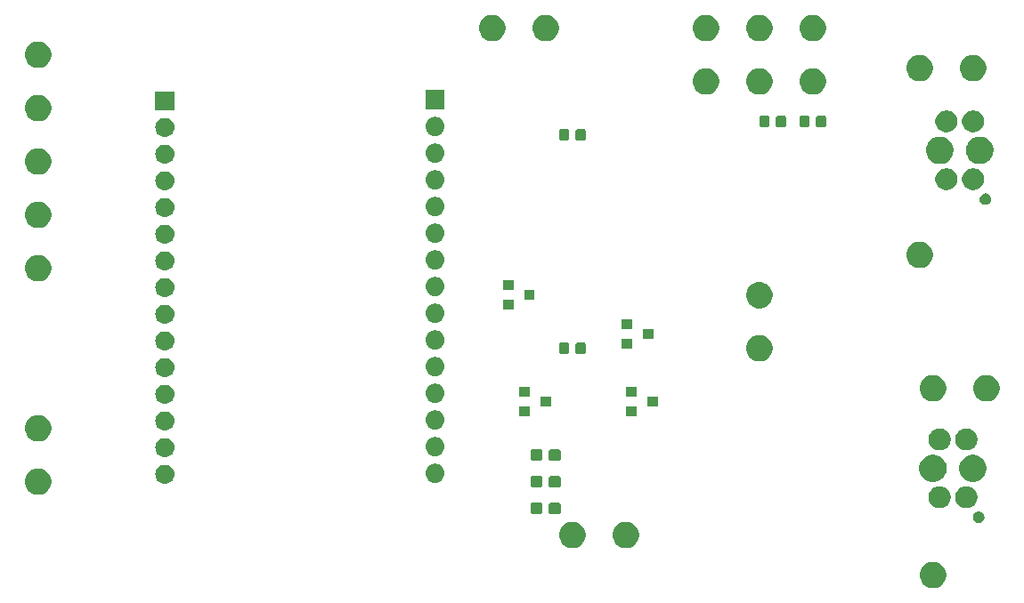
<source format=gbr>
G04 #@! TF.GenerationSoftware,KiCad,Pcbnew,(5.1.0)-1*
G04 #@! TF.CreationDate,2019-07-09T21:44:00+02:00*
G04 #@! TF.ProjectId,PP,50502e6b-6963-4616-945f-706362585858,rev?*
G04 #@! TF.SameCoordinates,Original*
G04 #@! TF.FileFunction,Soldermask,Top*
G04 #@! TF.FilePolarity,Negative*
%FSLAX46Y46*%
G04 Gerber Fmt 4.6, Leading zero omitted, Abs format (unit mm)*
G04 Created by KiCad (PCBNEW (5.1.0)-1) date 2019-07-09 21:44:00*
%MOMM*%
%LPD*%
G04 APERTURE LIST*
%ADD10C,0.100000*%
G04 APERTURE END LIST*
D10*
G36*
X128634903Y-73727075D02*
G01*
X128862571Y-73821378D01*
X129067466Y-73958285D01*
X129241715Y-74132534D01*
X129378622Y-74337429D01*
X129472925Y-74565097D01*
X129521000Y-74806787D01*
X129521000Y-75053213D01*
X129472925Y-75294903D01*
X129378622Y-75522571D01*
X129241715Y-75727466D01*
X129067466Y-75901715D01*
X128862571Y-76038622D01*
X128862570Y-76038623D01*
X128862569Y-76038623D01*
X128634903Y-76132925D01*
X128393214Y-76181000D01*
X128146786Y-76181000D01*
X127905097Y-76132925D01*
X127677431Y-76038623D01*
X127677430Y-76038623D01*
X127677429Y-76038622D01*
X127472534Y-75901715D01*
X127298285Y-75727466D01*
X127161378Y-75522571D01*
X127067075Y-75294903D01*
X127019000Y-75053213D01*
X127019000Y-74806787D01*
X127067075Y-74565097D01*
X127161378Y-74337429D01*
X127298285Y-74132534D01*
X127472534Y-73958285D01*
X127677429Y-73821378D01*
X127905097Y-73727075D01*
X128146786Y-73679000D01*
X128393214Y-73679000D01*
X128634903Y-73727075D01*
X128634903Y-73727075D01*
G37*
G36*
X99380738Y-69908290D02*
G01*
X99424903Y-69917075D01*
X99652571Y-70011378D01*
X99857466Y-70148285D01*
X100031715Y-70322534D01*
X100168622Y-70527429D01*
X100262925Y-70755097D01*
X100311000Y-70996787D01*
X100311000Y-71243213D01*
X100262925Y-71484903D01*
X100168622Y-71712571D01*
X100031715Y-71917466D01*
X99857466Y-72091715D01*
X99652571Y-72228622D01*
X99652570Y-72228623D01*
X99652569Y-72228623D01*
X99424903Y-72322925D01*
X99183214Y-72371000D01*
X98936786Y-72371000D01*
X98695097Y-72322925D01*
X98467431Y-72228623D01*
X98467430Y-72228623D01*
X98467429Y-72228622D01*
X98262534Y-72091715D01*
X98088285Y-71917466D01*
X97951378Y-71712571D01*
X97857075Y-71484903D01*
X97809000Y-71243213D01*
X97809000Y-70996787D01*
X97857075Y-70755097D01*
X97951378Y-70527429D01*
X98088285Y-70322534D01*
X98262534Y-70148285D01*
X98467429Y-70011378D01*
X98695097Y-69917075D01*
X98739262Y-69908290D01*
X98936786Y-69869000D01*
X99183214Y-69869000D01*
X99380738Y-69908290D01*
X99380738Y-69908290D01*
G37*
G36*
X94300738Y-69908290D02*
G01*
X94344903Y-69917075D01*
X94572571Y-70011378D01*
X94777466Y-70148285D01*
X94951715Y-70322534D01*
X95088622Y-70527429D01*
X95182925Y-70755097D01*
X95231000Y-70996787D01*
X95231000Y-71243213D01*
X95182925Y-71484903D01*
X95088622Y-71712571D01*
X94951715Y-71917466D01*
X94777466Y-72091715D01*
X94572571Y-72228622D01*
X94572570Y-72228623D01*
X94572569Y-72228623D01*
X94344903Y-72322925D01*
X94103214Y-72371000D01*
X93856786Y-72371000D01*
X93615097Y-72322925D01*
X93387431Y-72228623D01*
X93387430Y-72228623D01*
X93387429Y-72228622D01*
X93182534Y-72091715D01*
X93008285Y-71917466D01*
X92871378Y-71712571D01*
X92777075Y-71484903D01*
X92729000Y-71243213D01*
X92729000Y-70996787D01*
X92777075Y-70755097D01*
X92871378Y-70527429D01*
X93008285Y-70322534D01*
X93182534Y-70148285D01*
X93387429Y-70011378D01*
X93615097Y-69917075D01*
X93659262Y-69908290D01*
X93856786Y-69869000D01*
X94103214Y-69869000D01*
X94300738Y-69908290D01*
X94300738Y-69908290D01*
G37*
G36*
X132780721Y-68890174D02*
G01*
X132880995Y-68931709D01*
X132925812Y-68961655D01*
X132971242Y-68992010D01*
X133047990Y-69068758D01*
X133069498Y-69100947D01*
X133108291Y-69159005D01*
X133149826Y-69259279D01*
X133171000Y-69365730D01*
X133171000Y-69474270D01*
X133149826Y-69580721D01*
X133108291Y-69680995D01*
X133108290Y-69680996D01*
X133047990Y-69771242D01*
X132971242Y-69847990D01*
X132939798Y-69869000D01*
X132880995Y-69908291D01*
X132780721Y-69949826D01*
X132674270Y-69971000D01*
X132565730Y-69971000D01*
X132459279Y-69949826D01*
X132359005Y-69908291D01*
X132300202Y-69869000D01*
X132268758Y-69847990D01*
X132192010Y-69771242D01*
X132131710Y-69680996D01*
X132131709Y-69680995D01*
X132090174Y-69580721D01*
X132069000Y-69474270D01*
X132069000Y-69365730D01*
X132090174Y-69259279D01*
X132131709Y-69159005D01*
X132170502Y-69100947D01*
X132192010Y-69068758D01*
X132268758Y-68992010D01*
X132314188Y-68961655D01*
X132359005Y-68931709D01*
X132459279Y-68890174D01*
X132565730Y-68869000D01*
X132674270Y-68869000D01*
X132780721Y-68890174D01*
X132780721Y-68890174D01*
G37*
G36*
X92729499Y-68058445D02*
G01*
X92766995Y-68069820D01*
X92801554Y-68088292D01*
X92831847Y-68113153D01*
X92856708Y-68143446D01*
X92875180Y-68178005D01*
X92886555Y-68215501D01*
X92891000Y-68260638D01*
X92891000Y-68899362D01*
X92886555Y-68944499D01*
X92875180Y-68981995D01*
X92856708Y-69016554D01*
X92831847Y-69046847D01*
X92801554Y-69071708D01*
X92766995Y-69090180D01*
X92729499Y-69101555D01*
X92684362Y-69106000D01*
X91945638Y-69106000D01*
X91900501Y-69101555D01*
X91863005Y-69090180D01*
X91828446Y-69071708D01*
X91798153Y-69046847D01*
X91773292Y-69016554D01*
X91754820Y-68981995D01*
X91743445Y-68944499D01*
X91739000Y-68899362D01*
X91739000Y-68260638D01*
X91743445Y-68215501D01*
X91754820Y-68178005D01*
X91773292Y-68143446D01*
X91798153Y-68113153D01*
X91828446Y-68088292D01*
X91863005Y-68069820D01*
X91900501Y-68058445D01*
X91945638Y-68054000D01*
X92684362Y-68054000D01*
X92729499Y-68058445D01*
X92729499Y-68058445D01*
G37*
G36*
X90979499Y-68058445D02*
G01*
X91016995Y-68069820D01*
X91051554Y-68088292D01*
X91081847Y-68113153D01*
X91106708Y-68143446D01*
X91125180Y-68178005D01*
X91136555Y-68215501D01*
X91141000Y-68260638D01*
X91141000Y-68899362D01*
X91136555Y-68944499D01*
X91125180Y-68981995D01*
X91106708Y-69016554D01*
X91081847Y-69046847D01*
X91051554Y-69071708D01*
X91016995Y-69090180D01*
X90979499Y-69101555D01*
X90934362Y-69106000D01*
X90195638Y-69106000D01*
X90150501Y-69101555D01*
X90113005Y-69090180D01*
X90078446Y-69071708D01*
X90048153Y-69046847D01*
X90023292Y-69016554D01*
X90004820Y-68981995D01*
X89993445Y-68944499D01*
X89989000Y-68899362D01*
X89989000Y-68260638D01*
X89993445Y-68215501D01*
X90004820Y-68178005D01*
X90023292Y-68143446D01*
X90048153Y-68113153D01*
X90078446Y-68088292D01*
X90113005Y-68069820D01*
X90150501Y-68058445D01*
X90195638Y-68054000D01*
X90934362Y-68054000D01*
X90979499Y-68058445D01*
X90979499Y-68058445D01*
G37*
G36*
X131746564Y-66509389D02*
G01*
X131883235Y-66566000D01*
X131937835Y-66588616D01*
X132109973Y-66703635D01*
X132256365Y-66850027D01*
X132364402Y-67011715D01*
X132371385Y-67022167D01*
X132450611Y-67213436D01*
X132491000Y-67416484D01*
X132491000Y-67623516D01*
X132450611Y-67826564D01*
X132371385Y-68017833D01*
X132371384Y-68017835D01*
X132256365Y-68189973D01*
X132109973Y-68336365D01*
X131937835Y-68451384D01*
X131937834Y-68451385D01*
X131937833Y-68451385D01*
X131746564Y-68530611D01*
X131543516Y-68571000D01*
X131336484Y-68571000D01*
X131133436Y-68530611D01*
X130942167Y-68451385D01*
X130942166Y-68451385D01*
X130942165Y-68451384D01*
X130770027Y-68336365D01*
X130623635Y-68189973D01*
X130508616Y-68017835D01*
X130508615Y-68017833D01*
X130429389Y-67826564D01*
X130389000Y-67623516D01*
X130389000Y-67416484D01*
X130429389Y-67213436D01*
X130508615Y-67022167D01*
X130515599Y-67011715D01*
X130623635Y-66850027D01*
X130770027Y-66703635D01*
X130942165Y-66588616D01*
X130996765Y-66566000D01*
X131133436Y-66509389D01*
X131336484Y-66469000D01*
X131543516Y-66469000D01*
X131746564Y-66509389D01*
X131746564Y-66509389D01*
G37*
G36*
X129206564Y-66509389D02*
G01*
X129343235Y-66566000D01*
X129397835Y-66588616D01*
X129569973Y-66703635D01*
X129716365Y-66850027D01*
X129824402Y-67011715D01*
X129831385Y-67022167D01*
X129910611Y-67213436D01*
X129951000Y-67416484D01*
X129951000Y-67623516D01*
X129910611Y-67826564D01*
X129831385Y-68017833D01*
X129831384Y-68017835D01*
X129716365Y-68189973D01*
X129569973Y-68336365D01*
X129397835Y-68451384D01*
X129397834Y-68451385D01*
X129397833Y-68451385D01*
X129206564Y-68530611D01*
X129003516Y-68571000D01*
X128796484Y-68571000D01*
X128593436Y-68530611D01*
X128402167Y-68451385D01*
X128402166Y-68451385D01*
X128402165Y-68451384D01*
X128230027Y-68336365D01*
X128083635Y-68189973D01*
X127968616Y-68017835D01*
X127968615Y-68017833D01*
X127889389Y-67826564D01*
X127849000Y-67623516D01*
X127849000Y-67416484D01*
X127889389Y-67213436D01*
X127968615Y-67022167D01*
X127975599Y-67011715D01*
X128083635Y-66850027D01*
X128230027Y-66703635D01*
X128402165Y-66588616D01*
X128456765Y-66566000D01*
X128593436Y-66509389D01*
X128796484Y-66469000D01*
X129003516Y-66469000D01*
X129206564Y-66509389D01*
X129206564Y-66509389D01*
G37*
G36*
X43544903Y-64837075D02*
G01*
X43681208Y-64893534D01*
X43772571Y-64931378D01*
X43977466Y-65068285D01*
X44151715Y-65242534D01*
X44288622Y-65447429D01*
X44288623Y-65447431D01*
X44382925Y-65675097D01*
X44431000Y-65916786D01*
X44431000Y-66163214D01*
X44382925Y-66404903D01*
X44322750Y-66550180D01*
X44288622Y-66632571D01*
X44151715Y-66837466D01*
X43977466Y-67011715D01*
X43772571Y-67148622D01*
X43772570Y-67148623D01*
X43772569Y-67148623D01*
X43544903Y-67242925D01*
X43303214Y-67291000D01*
X43056786Y-67291000D01*
X42815097Y-67242925D01*
X42587431Y-67148623D01*
X42587430Y-67148623D01*
X42587429Y-67148622D01*
X42382534Y-67011715D01*
X42208285Y-66837466D01*
X42071378Y-66632571D01*
X42037251Y-66550180D01*
X41977075Y-66404903D01*
X41929000Y-66163214D01*
X41929000Y-65916786D01*
X41977075Y-65675097D01*
X42071377Y-65447431D01*
X42071378Y-65447429D01*
X42208285Y-65242534D01*
X42382534Y-65068285D01*
X42587429Y-64931378D01*
X42678793Y-64893534D01*
X42815097Y-64837075D01*
X43056786Y-64789000D01*
X43303214Y-64789000D01*
X43544903Y-64837075D01*
X43544903Y-64837075D01*
G37*
G36*
X92729499Y-65518445D02*
G01*
X92766995Y-65529820D01*
X92801554Y-65548292D01*
X92831847Y-65573153D01*
X92856708Y-65603446D01*
X92875180Y-65638005D01*
X92886555Y-65675501D01*
X92891000Y-65720638D01*
X92891000Y-66359362D01*
X92886555Y-66404499D01*
X92875180Y-66441995D01*
X92856708Y-66476554D01*
X92831847Y-66506847D01*
X92801554Y-66531708D01*
X92766995Y-66550180D01*
X92729499Y-66561555D01*
X92684362Y-66566000D01*
X91945638Y-66566000D01*
X91900501Y-66561555D01*
X91863005Y-66550180D01*
X91828446Y-66531708D01*
X91798153Y-66506847D01*
X91773292Y-66476554D01*
X91754820Y-66441995D01*
X91743445Y-66404499D01*
X91739000Y-66359362D01*
X91739000Y-65720638D01*
X91743445Y-65675501D01*
X91754820Y-65638005D01*
X91773292Y-65603446D01*
X91798153Y-65573153D01*
X91828446Y-65548292D01*
X91863005Y-65529820D01*
X91900501Y-65518445D01*
X91945638Y-65514000D01*
X92684362Y-65514000D01*
X92729499Y-65518445D01*
X92729499Y-65518445D01*
G37*
G36*
X90979499Y-65518445D02*
G01*
X91016995Y-65529820D01*
X91051554Y-65548292D01*
X91081847Y-65573153D01*
X91106708Y-65603446D01*
X91125180Y-65638005D01*
X91136555Y-65675501D01*
X91141000Y-65720638D01*
X91141000Y-66359362D01*
X91136555Y-66404499D01*
X91125180Y-66441995D01*
X91106708Y-66476554D01*
X91081847Y-66506847D01*
X91051554Y-66531708D01*
X91016995Y-66550180D01*
X90979499Y-66561555D01*
X90934362Y-66566000D01*
X90195638Y-66566000D01*
X90150501Y-66561555D01*
X90113005Y-66550180D01*
X90078446Y-66531708D01*
X90048153Y-66506847D01*
X90023292Y-66476554D01*
X90004820Y-66441995D01*
X89993445Y-66404499D01*
X89989000Y-66359362D01*
X89989000Y-65720638D01*
X89993445Y-65675501D01*
X90004820Y-65638005D01*
X90023292Y-65603446D01*
X90048153Y-65573153D01*
X90078446Y-65548292D01*
X90113005Y-65529820D01*
X90150501Y-65518445D01*
X90195638Y-65514000D01*
X90934362Y-65514000D01*
X90979499Y-65518445D01*
X90979499Y-65518445D01*
G37*
G36*
X55335442Y-64445519D02*
G01*
X55401626Y-64452037D01*
X55571465Y-64503557D01*
X55727990Y-64587222D01*
X55763728Y-64616552D01*
X55865185Y-64699814D01*
X55938377Y-64789000D01*
X55977777Y-64837009D01*
X56061442Y-64993534D01*
X56112962Y-65163373D01*
X56130358Y-65340000D01*
X56112962Y-65516627D01*
X56061442Y-65686466D01*
X55977777Y-65842991D01*
X55948447Y-65878729D01*
X55865185Y-65980186D01*
X55763728Y-66063448D01*
X55727990Y-66092778D01*
X55571465Y-66176443D01*
X55401626Y-66227963D01*
X55335442Y-66234481D01*
X55269259Y-66241000D01*
X55180739Y-66241000D01*
X55114556Y-66234481D01*
X55048372Y-66227963D01*
X54878533Y-66176443D01*
X54722008Y-66092778D01*
X54686270Y-66063448D01*
X54584813Y-65980186D01*
X54501551Y-65878729D01*
X54472221Y-65842991D01*
X54388556Y-65686466D01*
X54337036Y-65516627D01*
X54319640Y-65340000D01*
X54337036Y-65163373D01*
X54388556Y-64993534D01*
X54472221Y-64837009D01*
X54511621Y-64789000D01*
X54584813Y-64699814D01*
X54686270Y-64616552D01*
X54722008Y-64587222D01*
X54878533Y-64503557D01*
X55048372Y-64452037D01*
X55114556Y-64445519D01*
X55180739Y-64439000D01*
X55269259Y-64439000D01*
X55335442Y-64445519D01*
X55335442Y-64445519D01*
G37*
G36*
X81035442Y-64345519D02*
G01*
X81101626Y-64352037D01*
X81271465Y-64403557D01*
X81427990Y-64487222D01*
X81447894Y-64503557D01*
X81565185Y-64599814D01*
X81647252Y-64699814D01*
X81677777Y-64737009D01*
X81761442Y-64893534D01*
X81812962Y-65063373D01*
X81830358Y-65240000D01*
X81812962Y-65416627D01*
X81761442Y-65586466D01*
X81677777Y-65742991D01*
X81649866Y-65777000D01*
X81565185Y-65880186D01*
X81463728Y-65963448D01*
X81427990Y-65992778D01*
X81271465Y-66076443D01*
X81101626Y-66127963D01*
X81035441Y-66134482D01*
X80969259Y-66141000D01*
X80880739Y-66141000D01*
X80814557Y-66134482D01*
X80748372Y-66127963D01*
X80578533Y-66076443D01*
X80422008Y-65992778D01*
X80386270Y-65963448D01*
X80284813Y-65880186D01*
X80200132Y-65777000D01*
X80172221Y-65742991D01*
X80088556Y-65586466D01*
X80037036Y-65416627D01*
X80019640Y-65240000D01*
X80037036Y-65063373D01*
X80088556Y-64893534D01*
X80172221Y-64737009D01*
X80202746Y-64699814D01*
X80284813Y-64599814D01*
X80402104Y-64503557D01*
X80422008Y-64487222D01*
X80578533Y-64403557D01*
X80748372Y-64352037D01*
X80814556Y-64345519D01*
X80880739Y-64339000D01*
X80969259Y-64339000D01*
X81035442Y-64345519D01*
X81035442Y-64345519D01*
G37*
G36*
X128649487Y-63518996D02*
G01*
X128886253Y-63617068D01*
X128886255Y-63617069D01*
X129099339Y-63759447D01*
X129280553Y-63940661D01*
X129337575Y-64026000D01*
X129422932Y-64153747D01*
X129521004Y-64390513D01*
X129571000Y-64641861D01*
X129571000Y-64898139D01*
X129521004Y-65149487D01*
X129422932Y-65386253D01*
X129422931Y-65386255D01*
X129280553Y-65599339D01*
X129099339Y-65780553D01*
X128886255Y-65922931D01*
X128886254Y-65922932D01*
X128886253Y-65922932D01*
X128649487Y-66021004D01*
X128398139Y-66071000D01*
X128141861Y-66071000D01*
X127890513Y-66021004D01*
X127653747Y-65922932D01*
X127653746Y-65922932D01*
X127653745Y-65922931D01*
X127440661Y-65780553D01*
X127259447Y-65599339D01*
X127117069Y-65386255D01*
X127117068Y-65386253D01*
X127018996Y-65149487D01*
X126969000Y-64898139D01*
X126969000Y-64641861D01*
X127018996Y-64390513D01*
X127117068Y-64153747D01*
X127202426Y-64026000D01*
X127259447Y-63940661D01*
X127440661Y-63759447D01*
X127653745Y-63617069D01*
X127653747Y-63617068D01*
X127890513Y-63518996D01*
X128141861Y-63469000D01*
X128398139Y-63469000D01*
X128649487Y-63518996D01*
X128649487Y-63518996D01*
G37*
G36*
X132449487Y-63518996D02*
G01*
X132686253Y-63617068D01*
X132686255Y-63617069D01*
X132899339Y-63759447D01*
X133080553Y-63940661D01*
X133137575Y-64026000D01*
X133222932Y-64153747D01*
X133321004Y-64390513D01*
X133371000Y-64641861D01*
X133371000Y-64898139D01*
X133321004Y-65149487D01*
X133222932Y-65386253D01*
X133222931Y-65386255D01*
X133080553Y-65599339D01*
X132899339Y-65780553D01*
X132686255Y-65922931D01*
X132686254Y-65922932D01*
X132686253Y-65922932D01*
X132449487Y-66021004D01*
X132198139Y-66071000D01*
X131941861Y-66071000D01*
X131690513Y-66021004D01*
X131453747Y-65922932D01*
X131453746Y-65922932D01*
X131453745Y-65922931D01*
X131240661Y-65780553D01*
X131059447Y-65599339D01*
X130917069Y-65386255D01*
X130917068Y-65386253D01*
X130818996Y-65149487D01*
X130769000Y-64898139D01*
X130769000Y-64641861D01*
X130818996Y-64390513D01*
X130917068Y-64153747D01*
X131002426Y-64026000D01*
X131059447Y-63940661D01*
X131240661Y-63759447D01*
X131453745Y-63617069D01*
X131453747Y-63617068D01*
X131690513Y-63518996D01*
X131941861Y-63469000D01*
X132198139Y-63469000D01*
X132449487Y-63518996D01*
X132449487Y-63518996D01*
G37*
G36*
X90979499Y-62978445D02*
G01*
X91016995Y-62989820D01*
X91051554Y-63008292D01*
X91081847Y-63033153D01*
X91106708Y-63063446D01*
X91125180Y-63098005D01*
X91136555Y-63135501D01*
X91141000Y-63180638D01*
X91141000Y-63819362D01*
X91136555Y-63864499D01*
X91125180Y-63901995D01*
X91106708Y-63936554D01*
X91081847Y-63966847D01*
X91051554Y-63991708D01*
X91016995Y-64010180D01*
X90979499Y-64021555D01*
X90934362Y-64026000D01*
X90195638Y-64026000D01*
X90150501Y-64021555D01*
X90113005Y-64010180D01*
X90078446Y-63991708D01*
X90048153Y-63966847D01*
X90023292Y-63936554D01*
X90004820Y-63901995D01*
X89993445Y-63864499D01*
X89989000Y-63819362D01*
X89989000Y-63180638D01*
X89993445Y-63135501D01*
X90004820Y-63098005D01*
X90023292Y-63063446D01*
X90048153Y-63033153D01*
X90078446Y-63008292D01*
X90113005Y-62989820D01*
X90150501Y-62978445D01*
X90195638Y-62974000D01*
X90934362Y-62974000D01*
X90979499Y-62978445D01*
X90979499Y-62978445D01*
G37*
G36*
X92729499Y-62978445D02*
G01*
X92766995Y-62989820D01*
X92801554Y-63008292D01*
X92831847Y-63033153D01*
X92856708Y-63063446D01*
X92875180Y-63098005D01*
X92886555Y-63135501D01*
X92891000Y-63180638D01*
X92891000Y-63819362D01*
X92886555Y-63864499D01*
X92875180Y-63901995D01*
X92856708Y-63936554D01*
X92831847Y-63966847D01*
X92801554Y-63991708D01*
X92766995Y-64010180D01*
X92729499Y-64021555D01*
X92684362Y-64026000D01*
X91945638Y-64026000D01*
X91900501Y-64021555D01*
X91863005Y-64010180D01*
X91828446Y-63991708D01*
X91798153Y-63966847D01*
X91773292Y-63936554D01*
X91754820Y-63901995D01*
X91743445Y-63864499D01*
X91739000Y-63819362D01*
X91739000Y-63180638D01*
X91743445Y-63135501D01*
X91754820Y-63098005D01*
X91773292Y-63063446D01*
X91798153Y-63033153D01*
X91828446Y-63008292D01*
X91863005Y-62989820D01*
X91900501Y-62978445D01*
X91945638Y-62974000D01*
X92684362Y-62974000D01*
X92729499Y-62978445D01*
X92729499Y-62978445D01*
G37*
G36*
X55335441Y-61905518D02*
G01*
X55401626Y-61912037D01*
X55571465Y-61963557D01*
X55727990Y-62047222D01*
X55754066Y-62068622D01*
X55865185Y-62159814D01*
X55948447Y-62261271D01*
X55977777Y-62297009D01*
X56061442Y-62453534D01*
X56112962Y-62623373D01*
X56130358Y-62800000D01*
X56112962Y-62976627D01*
X56061442Y-63146466D01*
X55977777Y-63302991D01*
X55948447Y-63338729D01*
X55865185Y-63440186D01*
X55769153Y-63518996D01*
X55727990Y-63552778D01*
X55571465Y-63636443D01*
X55401626Y-63687963D01*
X55335441Y-63694482D01*
X55269259Y-63701000D01*
X55180739Y-63701000D01*
X55114557Y-63694482D01*
X55048372Y-63687963D01*
X54878533Y-63636443D01*
X54722008Y-63552778D01*
X54680845Y-63518996D01*
X54584813Y-63440186D01*
X54501551Y-63338729D01*
X54472221Y-63302991D01*
X54388556Y-63146466D01*
X54337036Y-62976627D01*
X54319640Y-62800000D01*
X54337036Y-62623373D01*
X54388556Y-62453534D01*
X54472221Y-62297009D01*
X54501551Y-62261271D01*
X54584813Y-62159814D01*
X54695932Y-62068622D01*
X54722008Y-62047222D01*
X54878533Y-61963557D01*
X55048372Y-61912037D01*
X55114557Y-61905518D01*
X55180739Y-61899000D01*
X55269259Y-61899000D01*
X55335441Y-61905518D01*
X55335441Y-61905518D01*
G37*
G36*
X81035441Y-61805518D02*
G01*
X81101626Y-61812037D01*
X81271465Y-61863557D01*
X81427990Y-61947222D01*
X81447894Y-61963557D01*
X81565185Y-62059814D01*
X81647252Y-62159814D01*
X81677777Y-62197009D01*
X81761442Y-62353534D01*
X81812962Y-62523373D01*
X81830358Y-62700000D01*
X81812962Y-62876627D01*
X81761442Y-63046466D01*
X81677777Y-63202991D01*
X81649866Y-63237000D01*
X81565185Y-63340186D01*
X81463728Y-63423448D01*
X81427990Y-63452778D01*
X81271465Y-63536443D01*
X81101626Y-63587963D01*
X81035442Y-63594481D01*
X80969259Y-63601000D01*
X80880739Y-63601000D01*
X80814556Y-63594481D01*
X80748372Y-63587963D01*
X80578533Y-63536443D01*
X80422008Y-63452778D01*
X80386270Y-63423448D01*
X80284813Y-63340186D01*
X80200132Y-63237000D01*
X80172221Y-63202991D01*
X80088556Y-63046466D01*
X80037036Y-62876627D01*
X80019640Y-62700000D01*
X80037036Y-62523373D01*
X80088556Y-62353534D01*
X80172221Y-62197009D01*
X80202746Y-62159814D01*
X80284813Y-62059814D01*
X80402104Y-61963557D01*
X80422008Y-61947222D01*
X80578533Y-61863557D01*
X80748372Y-61812037D01*
X80814557Y-61805518D01*
X80880739Y-61799000D01*
X80969259Y-61799000D01*
X81035441Y-61805518D01*
X81035441Y-61805518D01*
G37*
G36*
X131746564Y-61009389D02*
G01*
X131937833Y-61088615D01*
X131937835Y-61088616D01*
X132026654Y-61147963D01*
X132109973Y-61203635D01*
X132256365Y-61350027D01*
X132371385Y-61522167D01*
X132450611Y-61713436D01*
X132491000Y-61916484D01*
X132491000Y-62123516D01*
X132450611Y-62326564D01*
X132398019Y-62453532D01*
X132371384Y-62517835D01*
X132256365Y-62689973D01*
X132109973Y-62836365D01*
X131937835Y-62951384D01*
X131937834Y-62951385D01*
X131937833Y-62951385D01*
X131746564Y-63030611D01*
X131543516Y-63071000D01*
X131336484Y-63071000D01*
X131133436Y-63030611D01*
X130942167Y-62951385D01*
X130942166Y-62951385D01*
X130942165Y-62951384D01*
X130770027Y-62836365D01*
X130623635Y-62689973D01*
X130508616Y-62517835D01*
X130481981Y-62453532D01*
X130429389Y-62326564D01*
X130389000Y-62123516D01*
X130389000Y-61916484D01*
X130429389Y-61713436D01*
X130508615Y-61522167D01*
X130623635Y-61350027D01*
X130770027Y-61203635D01*
X130853346Y-61147963D01*
X130942165Y-61088616D01*
X130942167Y-61088615D01*
X131133436Y-61009389D01*
X131336484Y-60969000D01*
X131543516Y-60969000D01*
X131746564Y-61009389D01*
X131746564Y-61009389D01*
G37*
G36*
X129206564Y-61009389D02*
G01*
X129397833Y-61088615D01*
X129397835Y-61088616D01*
X129486654Y-61147963D01*
X129569973Y-61203635D01*
X129716365Y-61350027D01*
X129831385Y-61522167D01*
X129910611Y-61713436D01*
X129951000Y-61916484D01*
X129951000Y-62123516D01*
X129910611Y-62326564D01*
X129858019Y-62453532D01*
X129831384Y-62517835D01*
X129716365Y-62689973D01*
X129569973Y-62836365D01*
X129397835Y-62951384D01*
X129397834Y-62951385D01*
X129397833Y-62951385D01*
X129206564Y-63030611D01*
X129003516Y-63071000D01*
X128796484Y-63071000D01*
X128593436Y-63030611D01*
X128402167Y-62951385D01*
X128402166Y-62951385D01*
X128402165Y-62951384D01*
X128230027Y-62836365D01*
X128083635Y-62689973D01*
X127968616Y-62517835D01*
X127941981Y-62453532D01*
X127889389Y-62326564D01*
X127849000Y-62123516D01*
X127849000Y-61916484D01*
X127889389Y-61713436D01*
X127968615Y-61522167D01*
X128083635Y-61350027D01*
X128230027Y-61203635D01*
X128313346Y-61147963D01*
X128402165Y-61088616D01*
X128402167Y-61088615D01*
X128593436Y-61009389D01*
X128796484Y-60969000D01*
X129003516Y-60969000D01*
X129206564Y-61009389D01*
X129206564Y-61009389D01*
G37*
G36*
X43544903Y-59757075D02*
G01*
X43681208Y-59813534D01*
X43772571Y-59851378D01*
X43977466Y-59988285D01*
X44151715Y-60162534D01*
X44288622Y-60367429D01*
X44288623Y-60367431D01*
X44382925Y-60595097D01*
X44431000Y-60836786D01*
X44431000Y-61083214D01*
X44415527Y-61161000D01*
X44382925Y-61324903D01*
X44288622Y-61552571D01*
X44151715Y-61757466D01*
X43977466Y-61931715D01*
X43772571Y-62068622D01*
X43772570Y-62068623D01*
X43772569Y-62068623D01*
X43544903Y-62162925D01*
X43303214Y-62211000D01*
X43056786Y-62211000D01*
X42815097Y-62162925D01*
X42587431Y-62068623D01*
X42587430Y-62068623D01*
X42587429Y-62068622D01*
X42382534Y-61931715D01*
X42208285Y-61757466D01*
X42071378Y-61552571D01*
X41977075Y-61324903D01*
X41944473Y-61161000D01*
X41929000Y-61083214D01*
X41929000Y-60836786D01*
X41977075Y-60595097D01*
X42071377Y-60367431D01*
X42071378Y-60367429D01*
X42208285Y-60162534D01*
X42382534Y-59988285D01*
X42587429Y-59851378D01*
X42678793Y-59813534D01*
X42815097Y-59757075D01*
X43056786Y-59709000D01*
X43303214Y-59709000D01*
X43544903Y-59757075D01*
X43544903Y-59757075D01*
G37*
G36*
X55335442Y-59365519D02*
G01*
X55401626Y-59372037D01*
X55571465Y-59423557D01*
X55727990Y-59507222D01*
X55763728Y-59536552D01*
X55865185Y-59619814D01*
X55938377Y-59709000D01*
X55977777Y-59757009D01*
X56061442Y-59913534D01*
X56112962Y-60083373D01*
X56130358Y-60260000D01*
X56112962Y-60436627D01*
X56061442Y-60606466D01*
X55977777Y-60762991D01*
X55948447Y-60798729D01*
X55865185Y-60900186D01*
X55763728Y-60983448D01*
X55727990Y-61012778D01*
X55571465Y-61096443D01*
X55401626Y-61147963D01*
X55335442Y-61154481D01*
X55269259Y-61161000D01*
X55180739Y-61161000D01*
X55114556Y-61154481D01*
X55048372Y-61147963D01*
X54878533Y-61096443D01*
X54722008Y-61012778D01*
X54686270Y-60983448D01*
X54584813Y-60900186D01*
X54501551Y-60798729D01*
X54472221Y-60762991D01*
X54388556Y-60606466D01*
X54337036Y-60436627D01*
X54319640Y-60260000D01*
X54337036Y-60083373D01*
X54388556Y-59913534D01*
X54472221Y-59757009D01*
X54511621Y-59709000D01*
X54584813Y-59619814D01*
X54686270Y-59536552D01*
X54722008Y-59507222D01*
X54878533Y-59423557D01*
X55048372Y-59372037D01*
X55114556Y-59365519D01*
X55180739Y-59359000D01*
X55269259Y-59359000D01*
X55335442Y-59365519D01*
X55335442Y-59365519D01*
G37*
G36*
X81035441Y-59265518D02*
G01*
X81101626Y-59272037D01*
X81271465Y-59323557D01*
X81427990Y-59407222D01*
X81447894Y-59423557D01*
X81565185Y-59519814D01*
X81647252Y-59619814D01*
X81677777Y-59657009D01*
X81761442Y-59813534D01*
X81812962Y-59983373D01*
X81830358Y-60160000D01*
X81812962Y-60336627D01*
X81761442Y-60506466D01*
X81677777Y-60662991D01*
X81648447Y-60698729D01*
X81565185Y-60800186D01*
X81463728Y-60883448D01*
X81427990Y-60912778D01*
X81271465Y-60996443D01*
X81101626Y-61047963D01*
X81035442Y-61054481D01*
X80969259Y-61061000D01*
X80880739Y-61061000D01*
X80814556Y-61054481D01*
X80748372Y-61047963D01*
X80578533Y-60996443D01*
X80422008Y-60912778D01*
X80386270Y-60883448D01*
X80284813Y-60800186D01*
X80201551Y-60698729D01*
X80172221Y-60662991D01*
X80088556Y-60506466D01*
X80037036Y-60336627D01*
X80019640Y-60160000D01*
X80037036Y-59983373D01*
X80088556Y-59813534D01*
X80172221Y-59657009D01*
X80202746Y-59619814D01*
X80284813Y-59519814D01*
X80402104Y-59423557D01*
X80422008Y-59407222D01*
X80578533Y-59323557D01*
X80748372Y-59272037D01*
X80814557Y-59265518D01*
X80880739Y-59259000D01*
X80969259Y-59259000D01*
X81035441Y-59265518D01*
X81035441Y-59265518D01*
G37*
G36*
X89941000Y-59821000D02*
G01*
X88939000Y-59821000D01*
X88939000Y-58919000D01*
X89941000Y-58919000D01*
X89941000Y-59821000D01*
X89941000Y-59821000D01*
G37*
G36*
X100101000Y-59821000D02*
G01*
X99099000Y-59821000D01*
X99099000Y-58919000D01*
X100101000Y-58919000D01*
X100101000Y-59821000D01*
X100101000Y-59821000D01*
G37*
G36*
X102101000Y-58871000D02*
G01*
X101099000Y-58871000D01*
X101099000Y-57969000D01*
X102101000Y-57969000D01*
X102101000Y-58871000D01*
X102101000Y-58871000D01*
G37*
G36*
X91941000Y-58871000D02*
G01*
X90939000Y-58871000D01*
X90939000Y-57969000D01*
X91941000Y-57969000D01*
X91941000Y-58871000D01*
X91941000Y-58871000D01*
G37*
G36*
X55335441Y-56825518D02*
G01*
X55401626Y-56832037D01*
X55571465Y-56883557D01*
X55727990Y-56967222D01*
X55763728Y-56996552D01*
X55865185Y-57079814D01*
X55948447Y-57181271D01*
X55977777Y-57217009D01*
X56061442Y-57373534D01*
X56112962Y-57543373D01*
X56130358Y-57720000D01*
X56112962Y-57896627D01*
X56061442Y-58066466D01*
X55977777Y-58222991D01*
X55948535Y-58258622D01*
X55865185Y-58360186D01*
X55763728Y-58443448D01*
X55727990Y-58472778D01*
X55571465Y-58556443D01*
X55401626Y-58607963D01*
X55335442Y-58614481D01*
X55269259Y-58621000D01*
X55180739Y-58621000D01*
X55114556Y-58614481D01*
X55048372Y-58607963D01*
X54878533Y-58556443D01*
X54722008Y-58472778D01*
X54686270Y-58443448D01*
X54584813Y-58360186D01*
X54501463Y-58258622D01*
X54472221Y-58222991D01*
X54388556Y-58066466D01*
X54337036Y-57896627D01*
X54319640Y-57720000D01*
X54337036Y-57543373D01*
X54388556Y-57373534D01*
X54472221Y-57217009D01*
X54501551Y-57181271D01*
X54584813Y-57079814D01*
X54686270Y-56996552D01*
X54722008Y-56967222D01*
X54878533Y-56883557D01*
X55048372Y-56832037D01*
X55114557Y-56825518D01*
X55180739Y-56819000D01*
X55269259Y-56819000D01*
X55335441Y-56825518D01*
X55335441Y-56825518D01*
G37*
G36*
X81035442Y-56725519D02*
G01*
X81101626Y-56732037D01*
X81271465Y-56783557D01*
X81427990Y-56867222D01*
X81447894Y-56883557D01*
X81565185Y-56979814D01*
X81647252Y-57079814D01*
X81677777Y-57117009D01*
X81761442Y-57273534D01*
X81812962Y-57443373D01*
X81830358Y-57620000D01*
X81812962Y-57796627D01*
X81761442Y-57966466D01*
X81677777Y-58122991D01*
X81648447Y-58158729D01*
X81565185Y-58260186D01*
X81463728Y-58343448D01*
X81427990Y-58372778D01*
X81271465Y-58456443D01*
X81101626Y-58507963D01*
X81035442Y-58514481D01*
X80969259Y-58521000D01*
X80880739Y-58521000D01*
X80814556Y-58514481D01*
X80748372Y-58507963D01*
X80578533Y-58456443D01*
X80422008Y-58372778D01*
X80386270Y-58343448D01*
X80284813Y-58260186D01*
X80201551Y-58158729D01*
X80172221Y-58122991D01*
X80088556Y-57966466D01*
X80037036Y-57796627D01*
X80019640Y-57620000D01*
X80037036Y-57443373D01*
X80088556Y-57273534D01*
X80172221Y-57117009D01*
X80202746Y-57079814D01*
X80284813Y-56979814D01*
X80402104Y-56883557D01*
X80422008Y-56867222D01*
X80578533Y-56783557D01*
X80748372Y-56732037D01*
X80814556Y-56725519D01*
X80880739Y-56719000D01*
X80969259Y-56719000D01*
X81035442Y-56725519D01*
X81035442Y-56725519D01*
G37*
G36*
X128634903Y-55947075D02*
G01*
X128802373Y-56016443D01*
X128862571Y-56041378D01*
X129067466Y-56178285D01*
X129241715Y-56352534D01*
X129241716Y-56352536D01*
X129378623Y-56557431D01*
X129472925Y-56785097D01*
X129521000Y-57026786D01*
X129521000Y-57273214D01*
X129472925Y-57514903D01*
X129429393Y-57620000D01*
X129378622Y-57742571D01*
X129241715Y-57947466D01*
X129067466Y-58121715D01*
X128862571Y-58258622D01*
X128862570Y-58258623D01*
X128862569Y-58258623D01*
X128634903Y-58352925D01*
X128393214Y-58401000D01*
X128146786Y-58401000D01*
X127905097Y-58352925D01*
X127677431Y-58258623D01*
X127677430Y-58258623D01*
X127677429Y-58258622D01*
X127472534Y-58121715D01*
X127298285Y-57947466D01*
X127161378Y-57742571D01*
X127110608Y-57620000D01*
X127067075Y-57514903D01*
X127019000Y-57273214D01*
X127019000Y-57026786D01*
X127067075Y-56785097D01*
X127161377Y-56557431D01*
X127298284Y-56352536D01*
X127298285Y-56352534D01*
X127472534Y-56178285D01*
X127677429Y-56041378D01*
X127737628Y-56016443D01*
X127905097Y-55947075D01*
X128146786Y-55899000D01*
X128393214Y-55899000D01*
X128634903Y-55947075D01*
X128634903Y-55947075D01*
G37*
G36*
X133714903Y-55947075D02*
G01*
X133882373Y-56016443D01*
X133942571Y-56041378D01*
X134147466Y-56178285D01*
X134321715Y-56352534D01*
X134321716Y-56352536D01*
X134458623Y-56557431D01*
X134552925Y-56785097D01*
X134601000Y-57026786D01*
X134601000Y-57273214D01*
X134552925Y-57514903D01*
X134509393Y-57620000D01*
X134458622Y-57742571D01*
X134321715Y-57947466D01*
X134147466Y-58121715D01*
X133942571Y-58258622D01*
X133942570Y-58258623D01*
X133942569Y-58258623D01*
X133714903Y-58352925D01*
X133473214Y-58401000D01*
X133226786Y-58401000D01*
X132985097Y-58352925D01*
X132757431Y-58258623D01*
X132757430Y-58258623D01*
X132757429Y-58258622D01*
X132552534Y-58121715D01*
X132378285Y-57947466D01*
X132241378Y-57742571D01*
X132190608Y-57620000D01*
X132147075Y-57514903D01*
X132099000Y-57273214D01*
X132099000Y-57026786D01*
X132147075Y-56785097D01*
X132241377Y-56557431D01*
X132378284Y-56352536D01*
X132378285Y-56352534D01*
X132552534Y-56178285D01*
X132757429Y-56041378D01*
X132817628Y-56016443D01*
X132985097Y-55947075D01*
X133226786Y-55899000D01*
X133473214Y-55899000D01*
X133714903Y-55947075D01*
X133714903Y-55947075D01*
G37*
G36*
X100101000Y-57921000D02*
G01*
X99099000Y-57921000D01*
X99099000Y-57019000D01*
X100101000Y-57019000D01*
X100101000Y-57921000D01*
X100101000Y-57921000D01*
G37*
G36*
X89941000Y-57921000D02*
G01*
X88939000Y-57921000D01*
X88939000Y-57019000D01*
X89941000Y-57019000D01*
X89941000Y-57921000D01*
X89941000Y-57921000D01*
G37*
G36*
X55335442Y-54285519D02*
G01*
X55401626Y-54292037D01*
X55571465Y-54343557D01*
X55727990Y-54427222D01*
X55754066Y-54448622D01*
X55865185Y-54539814D01*
X55948447Y-54641271D01*
X55977777Y-54677009D01*
X56061442Y-54833534D01*
X56112962Y-55003373D01*
X56130358Y-55180000D01*
X56112962Y-55356627D01*
X56061442Y-55526466D01*
X55977777Y-55682991D01*
X55948447Y-55718729D01*
X55865185Y-55820186D01*
X55769148Y-55899000D01*
X55727990Y-55932778D01*
X55571465Y-56016443D01*
X55401626Y-56067963D01*
X55335441Y-56074482D01*
X55269259Y-56081000D01*
X55180739Y-56081000D01*
X55114557Y-56074482D01*
X55048372Y-56067963D01*
X54878533Y-56016443D01*
X54722008Y-55932778D01*
X54680850Y-55899000D01*
X54584813Y-55820186D01*
X54501551Y-55718729D01*
X54472221Y-55682991D01*
X54388556Y-55526466D01*
X54337036Y-55356627D01*
X54319640Y-55180000D01*
X54337036Y-55003373D01*
X54388556Y-54833534D01*
X54472221Y-54677009D01*
X54501551Y-54641271D01*
X54584813Y-54539814D01*
X54695932Y-54448622D01*
X54722008Y-54427222D01*
X54878533Y-54343557D01*
X55048372Y-54292037D01*
X55114556Y-54285519D01*
X55180739Y-54279000D01*
X55269259Y-54279000D01*
X55335442Y-54285519D01*
X55335442Y-54285519D01*
G37*
G36*
X81035442Y-54185519D02*
G01*
X81101626Y-54192037D01*
X81271465Y-54243557D01*
X81427990Y-54327222D01*
X81447894Y-54343557D01*
X81565185Y-54439814D01*
X81647252Y-54539814D01*
X81677777Y-54577009D01*
X81761442Y-54733534D01*
X81812962Y-54903373D01*
X81830358Y-55080000D01*
X81812962Y-55256627D01*
X81761442Y-55426466D01*
X81677777Y-55582991D01*
X81648447Y-55618729D01*
X81565185Y-55720186D01*
X81463728Y-55803448D01*
X81427990Y-55832778D01*
X81271465Y-55916443D01*
X81101626Y-55967963D01*
X81035441Y-55974482D01*
X80969259Y-55981000D01*
X80880739Y-55981000D01*
X80814557Y-55974482D01*
X80748372Y-55967963D01*
X80578533Y-55916443D01*
X80422008Y-55832778D01*
X80386270Y-55803448D01*
X80284813Y-55720186D01*
X80201551Y-55618729D01*
X80172221Y-55582991D01*
X80088556Y-55426466D01*
X80037036Y-55256627D01*
X80019640Y-55080000D01*
X80037036Y-54903373D01*
X80088556Y-54733534D01*
X80172221Y-54577009D01*
X80202746Y-54539814D01*
X80284813Y-54439814D01*
X80402104Y-54343557D01*
X80422008Y-54327222D01*
X80578533Y-54243557D01*
X80748372Y-54192037D01*
X80814556Y-54185519D01*
X80880739Y-54179000D01*
X80969259Y-54179000D01*
X81035442Y-54185519D01*
X81035442Y-54185519D01*
G37*
G36*
X112124903Y-52137075D02*
G01*
X112261208Y-52193534D01*
X112352571Y-52231378D01*
X112557466Y-52368285D01*
X112731715Y-52542534D01*
X112868622Y-52747429D01*
X112868623Y-52747431D01*
X112962925Y-52975097D01*
X113011000Y-53216786D01*
X113011000Y-53463214D01*
X112962925Y-53704903D01*
X112898141Y-53861307D01*
X112868622Y-53932571D01*
X112731715Y-54137466D01*
X112557466Y-54311715D01*
X112352571Y-54448622D01*
X112352570Y-54448623D01*
X112352569Y-54448623D01*
X112124903Y-54542925D01*
X111883214Y-54591000D01*
X111636786Y-54591000D01*
X111395097Y-54542925D01*
X111167431Y-54448623D01*
X111167430Y-54448623D01*
X111167429Y-54448622D01*
X110962534Y-54311715D01*
X110788285Y-54137466D01*
X110651378Y-53932571D01*
X110621860Y-53861307D01*
X110557075Y-53704903D01*
X110509000Y-53463214D01*
X110509000Y-53216786D01*
X110557075Y-52975097D01*
X110651377Y-52747431D01*
X110651378Y-52747429D01*
X110788285Y-52542534D01*
X110962534Y-52368285D01*
X111167429Y-52231378D01*
X111258793Y-52193534D01*
X111395097Y-52137075D01*
X111636786Y-52089000D01*
X111883214Y-52089000D01*
X112124903Y-52137075D01*
X112124903Y-52137075D01*
G37*
G36*
X95109591Y-52818085D02*
G01*
X95143569Y-52828393D01*
X95174890Y-52845134D01*
X95202339Y-52867661D01*
X95224866Y-52895110D01*
X95241607Y-52926431D01*
X95251915Y-52960409D01*
X95256000Y-53001890D01*
X95256000Y-53678110D01*
X95251915Y-53719591D01*
X95241607Y-53753569D01*
X95224866Y-53784890D01*
X95202339Y-53812339D01*
X95174890Y-53834866D01*
X95143569Y-53851607D01*
X95109591Y-53861915D01*
X95068110Y-53866000D01*
X94466890Y-53866000D01*
X94425409Y-53861915D01*
X94391431Y-53851607D01*
X94360110Y-53834866D01*
X94332661Y-53812339D01*
X94310134Y-53784890D01*
X94293393Y-53753569D01*
X94283085Y-53719591D01*
X94279000Y-53678110D01*
X94279000Y-53001890D01*
X94283085Y-52960409D01*
X94293393Y-52926431D01*
X94310134Y-52895110D01*
X94332661Y-52867661D01*
X94360110Y-52845134D01*
X94391431Y-52828393D01*
X94425409Y-52818085D01*
X94466890Y-52814000D01*
X95068110Y-52814000D01*
X95109591Y-52818085D01*
X95109591Y-52818085D01*
G37*
G36*
X93534591Y-52818085D02*
G01*
X93568569Y-52828393D01*
X93599890Y-52845134D01*
X93627339Y-52867661D01*
X93649866Y-52895110D01*
X93666607Y-52926431D01*
X93676915Y-52960409D01*
X93681000Y-53001890D01*
X93681000Y-53678110D01*
X93676915Y-53719591D01*
X93666607Y-53753569D01*
X93649866Y-53784890D01*
X93627339Y-53812339D01*
X93599890Y-53834866D01*
X93568569Y-53851607D01*
X93534591Y-53861915D01*
X93493110Y-53866000D01*
X92891890Y-53866000D01*
X92850409Y-53861915D01*
X92816431Y-53851607D01*
X92785110Y-53834866D01*
X92757661Y-53812339D01*
X92735134Y-53784890D01*
X92718393Y-53753569D01*
X92708085Y-53719591D01*
X92704000Y-53678110D01*
X92704000Y-53001890D01*
X92708085Y-52960409D01*
X92718393Y-52926431D01*
X92735134Y-52895110D01*
X92757661Y-52867661D01*
X92785110Y-52845134D01*
X92816431Y-52828393D01*
X92850409Y-52818085D01*
X92891890Y-52814000D01*
X93493110Y-52814000D01*
X93534591Y-52818085D01*
X93534591Y-52818085D01*
G37*
G36*
X55335442Y-51745519D02*
G01*
X55401626Y-51752037D01*
X55571465Y-51803557D01*
X55727990Y-51887222D01*
X55763728Y-51916552D01*
X55865185Y-51999814D01*
X55938377Y-52089000D01*
X55977777Y-52137009D01*
X56061442Y-52293534D01*
X56112962Y-52463373D01*
X56130358Y-52640000D01*
X56112962Y-52816627D01*
X56061442Y-52986466D01*
X55977777Y-53142991D01*
X55948447Y-53178729D01*
X55865185Y-53280186D01*
X55763728Y-53363448D01*
X55727990Y-53392778D01*
X55571465Y-53476443D01*
X55401626Y-53527963D01*
X55335441Y-53534482D01*
X55269259Y-53541000D01*
X55180739Y-53541000D01*
X55114557Y-53534482D01*
X55048372Y-53527963D01*
X54878533Y-53476443D01*
X54722008Y-53392778D01*
X54686270Y-53363448D01*
X54584813Y-53280186D01*
X54501551Y-53178729D01*
X54472221Y-53142991D01*
X54388556Y-52986466D01*
X54337036Y-52816627D01*
X54319640Y-52640000D01*
X54337036Y-52463373D01*
X54388556Y-52293534D01*
X54472221Y-52137009D01*
X54511621Y-52089000D01*
X54584813Y-51999814D01*
X54686270Y-51916552D01*
X54722008Y-51887222D01*
X54878533Y-51803557D01*
X55048372Y-51752037D01*
X55114556Y-51745519D01*
X55180739Y-51739000D01*
X55269259Y-51739000D01*
X55335442Y-51745519D01*
X55335442Y-51745519D01*
G37*
G36*
X81035442Y-51645519D02*
G01*
X81101626Y-51652037D01*
X81271465Y-51703557D01*
X81427990Y-51787222D01*
X81447894Y-51803557D01*
X81565185Y-51899814D01*
X81647252Y-51999814D01*
X81677777Y-52037009D01*
X81761442Y-52193534D01*
X81812962Y-52363373D01*
X81830358Y-52540000D01*
X81812962Y-52716627D01*
X81770937Y-52855164D01*
X81761441Y-52886468D01*
X81740080Y-52926431D01*
X81677777Y-53042991D01*
X81665254Y-53058250D01*
X81565185Y-53180186D01*
X81463728Y-53263448D01*
X81427990Y-53292778D01*
X81271465Y-53376443D01*
X81101626Y-53427963D01*
X81035442Y-53434481D01*
X80969259Y-53441000D01*
X80880739Y-53441000D01*
X80814556Y-53434481D01*
X80748372Y-53427963D01*
X80578533Y-53376443D01*
X80422008Y-53292778D01*
X80386270Y-53263448D01*
X80284813Y-53180186D01*
X80184744Y-53058250D01*
X80172221Y-53042991D01*
X80109918Y-52926431D01*
X80088557Y-52886468D01*
X80079061Y-52855164D01*
X80037036Y-52716627D01*
X80019640Y-52540000D01*
X80037036Y-52363373D01*
X80088556Y-52193534D01*
X80172221Y-52037009D01*
X80202746Y-51999814D01*
X80284813Y-51899814D01*
X80402104Y-51803557D01*
X80422008Y-51787222D01*
X80578533Y-51703557D01*
X80748372Y-51652037D01*
X80814556Y-51645519D01*
X80880739Y-51639000D01*
X80969259Y-51639000D01*
X81035442Y-51645519D01*
X81035442Y-51645519D01*
G37*
G36*
X99671000Y-53391000D02*
G01*
X98669000Y-53391000D01*
X98669000Y-52489000D01*
X99671000Y-52489000D01*
X99671000Y-53391000D01*
X99671000Y-53391000D01*
G37*
G36*
X101671000Y-52441000D02*
G01*
X100669000Y-52441000D01*
X100669000Y-51539000D01*
X101671000Y-51539000D01*
X101671000Y-52441000D01*
X101671000Y-52441000D01*
G37*
G36*
X99671000Y-51491000D02*
G01*
X98669000Y-51491000D01*
X98669000Y-50589000D01*
X99671000Y-50589000D01*
X99671000Y-51491000D01*
X99671000Y-51491000D01*
G37*
G36*
X55335442Y-49205519D02*
G01*
X55401626Y-49212037D01*
X55571465Y-49263557D01*
X55727990Y-49347222D01*
X55763728Y-49376552D01*
X55865185Y-49459814D01*
X55948447Y-49561271D01*
X55977777Y-49597009D01*
X56061442Y-49753534D01*
X56112962Y-49923373D01*
X56130358Y-50100000D01*
X56112962Y-50276627D01*
X56061442Y-50446466D01*
X55977777Y-50602991D01*
X55948447Y-50638729D01*
X55865185Y-50740186D01*
X55763728Y-50823448D01*
X55727990Y-50852778D01*
X55571465Y-50936443D01*
X55401626Y-50987963D01*
X55335442Y-50994481D01*
X55269259Y-51001000D01*
X55180739Y-51001000D01*
X55114556Y-50994481D01*
X55048372Y-50987963D01*
X54878533Y-50936443D01*
X54722008Y-50852778D01*
X54686270Y-50823448D01*
X54584813Y-50740186D01*
X54501551Y-50638729D01*
X54472221Y-50602991D01*
X54388556Y-50446466D01*
X54337036Y-50276627D01*
X54319640Y-50100000D01*
X54337036Y-49923373D01*
X54388556Y-49753534D01*
X54472221Y-49597009D01*
X54501551Y-49561271D01*
X54584813Y-49459814D01*
X54686270Y-49376552D01*
X54722008Y-49347222D01*
X54878533Y-49263557D01*
X55048372Y-49212037D01*
X55114556Y-49205519D01*
X55180739Y-49199000D01*
X55269259Y-49199000D01*
X55335442Y-49205519D01*
X55335442Y-49205519D01*
G37*
G36*
X81035442Y-49105519D02*
G01*
X81101626Y-49112037D01*
X81271465Y-49163557D01*
X81427990Y-49247222D01*
X81447894Y-49263557D01*
X81565185Y-49359814D01*
X81647252Y-49459814D01*
X81677777Y-49497009D01*
X81761442Y-49653534D01*
X81812962Y-49823373D01*
X81830358Y-50000000D01*
X81812962Y-50176627D01*
X81761442Y-50346466D01*
X81677777Y-50502991D01*
X81648447Y-50538729D01*
X81565185Y-50640186D01*
X81463728Y-50723448D01*
X81427990Y-50752778D01*
X81271465Y-50836443D01*
X81101626Y-50887963D01*
X81035442Y-50894481D01*
X80969259Y-50901000D01*
X80880739Y-50901000D01*
X80814556Y-50894481D01*
X80748372Y-50887963D01*
X80578533Y-50836443D01*
X80422008Y-50752778D01*
X80386270Y-50723448D01*
X80284813Y-50640186D01*
X80201551Y-50538729D01*
X80172221Y-50502991D01*
X80088556Y-50346466D01*
X80037036Y-50176627D01*
X80019640Y-50000000D01*
X80037036Y-49823373D01*
X80088556Y-49653534D01*
X80172221Y-49497009D01*
X80202746Y-49459814D01*
X80284813Y-49359814D01*
X80402104Y-49263557D01*
X80422008Y-49247222D01*
X80578533Y-49163557D01*
X80748372Y-49112037D01*
X80814556Y-49105519D01*
X80880739Y-49099000D01*
X80969259Y-49099000D01*
X81035442Y-49105519D01*
X81035442Y-49105519D01*
G37*
G36*
X88401000Y-49661000D02*
G01*
X87399000Y-49661000D01*
X87399000Y-48759000D01*
X88401000Y-48759000D01*
X88401000Y-49661000D01*
X88401000Y-49661000D01*
G37*
G36*
X111973751Y-47057009D02*
G01*
X112124903Y-47087075D01*
X112352571Y-47181378D01*
X112557466Y-47318285D01*
X112731715Y-47492534D01*
X112827994Y-47636625D01*
X112868623Y-47697431D01*
X112884858Y-47736627D01*
X112962925Y-47925097D01*
X113011000Y-48166787D01*
X113011000Y-48413213D01*
X112962925Y-48654903D01*
X112868622Y-48882571D01*
X112731715Y-49087466D01*
X112557466Y-49261715D01*
X112352571Y-49398622D01*
X112352570Y-49398623D01*
X112352569Y-49398623D01*
X112124903Y-49492925D01*
X111883214Y-49541000D01*
X111636786Y-49541000D01*
X111395097Y-49492925D01*
X111167431Y-49398623D01*
X111167430Y-49398623D01*
X111167429Y-49398622D01*
X110962534Y-49261715D01*
X110788285Y-49087466D01*
X110651378Y-48882571D01*
X110557075Y-48654903D01*
X110509000Y-48413213D01*
X110509000Y-48166787D01*
X110557075Y-47925097D01*
X110635142Y-47736627D01*
X110651377Y-47697431D01*
X110692006Y-47636625D01*
X110788285Y-47492534D01*
X110962534Y-47318285D01*
X111167429Y-47181378D01*
X111395097Y-47087075D01*
X111546249Y-47057009D01*
X111636786Y-47039000D01*
X111883214Y-47039000D01*
X111973751Y-47057009D01*
X111973751Y-47057009D01*
G37*
G36*
X90401000Y-48711000D02*
G01*
X89399000Y-48711000D01*
X89399000Y-47809000D01*
X90401000Y-47809000D01*
X90401000Y-48711000D01*
X90401000Y-48711000D01*
G37*
G36*
X55335442Y-46665519D02*
G01*
X55401626Y-46672037D01*
X55571465Y-46723557D01*
X55727990Y-46807222D01*
X55754066Y-46828622D01*
X55865185Y-46919814D01*
X55948447Y-47021271D01*
X55977777Y-47057009D01*
X56061442Y-47213534D01*
X56112962Y-47383373D01*
X56130358Y-47560000D01*
X56112962Y-47736627D01*
X56061442Y-47906466D01*
X55977777Y-48062991D01*
X55948447Y-48098729D01*
X55865185Y-48200186D01*
X55763728Y-48283448D01*
X55727990Y-48312778D01*
X55571465Y-48396443D01*
X55401626Y-48447963D01*
X55335442Y-48454481D01*
X55269259Y-48461000D01*
X55180739Y-48461000D01*
X55114556Y-48454481D01*
X55048372Y-48447963D01*
X54878533Y-48396443D01*
X54722008Y-48312778D01*
X54686270Y-48283448D01*
X54584813Y-48200186D01*
X54501551Y-48098729D01*
X54472221Y-48062991D01*
X54388556Y-47906466D01*
X54337036Y-47736627D01*
X54319640Y-47560000D01*
X54337036Y-47383373D01*
X54388556Y-47213534D01*
X54472221Y-47057009D01*
X54501551Y-47021271D01*
X54584813Y-46919814D01*
X54695932Y-46828622D01*
X54722008Y-46807222D01*
X54878533Y-46723557D01*
X55048372Y-46672037D01*
X55114556Y-46665519D01*
X55180739Y-46659000D01*
X55269259Y-46659000D01*
X55335442Y-46665519D01*
X55335442Y-46665519D01*
G37*
G36*
X81035442Y-46565519D02*
G01*
X81101626Y-46572037D01*
X81271465Y-46623557D01*
X81427990Y-46707222D01*
X81447894Y-46723557D01*
X81565185Y-46819814D01*
X81647252Y-46919814D01*
X81677777Y-46957009D01*
X81761442Y-47113534D01*
X81812962Y-47283373D01*
X81830358Y-47460000D01*
X81812962Y-47636627D01*
X81761442Y-47806466D01*
X81677777Y-47962991D01*
X81648447Y-47998729D01*
X81565185Y-48100186D01*
X81484031Y-48166786D01*
X81427990Y-48212778D01*
X81271465Y-48296443D01*
X81101626Y-48347963D01*
X81035442Y-48354481D01*
X80969259Y-48361000D01*
X80880739Y-48361000D01*
X80814557Y-48354482D01*
X80748372Y-48347963D01*
X80578533Y-48296443D01*
X80422008Y-48212778D01*
X80365967Y-48166786D01*
X80284813Y-48100186D01*
X80201551Y-47998729D01*
X80172221Y-47962991D01*
X80088556Y-47806466D01*
X80037036Y-47636627D01*
X80019640Y-47460000D01*
X80037036Y-47283373D01*
X80088556Y-47113534D01*
X80172221Y-46957009D01*
X80202746Y-46919814D01*
X80284813Y-46819814D01*
X80402104Y-46723557D01*
X80422008Y-46707222D01*
X80578533Y-46623557D01*
X80748372Y-46572037D01*
X80814556Y-46565519D01*
X80880739Y-46559000D01*
X80969259Y-46559000D01*
X81035442Y-46565519D01*
X81035442Y-46565519D01*
G37*
G36*
X88401000Y-47761000D02*
G01*
X87399000Y-47761000D01*
X87399000Y-46859000D01*
X88401000Y-46859000D01*
X88401000Y-47761000D01*
X88401000Y-47761000D01*
G37*
G36*
X43544903Y-44517075D02*
G01*
X43681208Y-44573534D01*
X43772571Y-44611378D01*
X43977466Y-44748285D01*
X44151715Y-44922534D01*
X44288622Y-45127429D01*
X44288623Y-45127431D01*
X44382925Y-45355097D01*
X44431000Y-45596786D01*
X44431000Y-45843214D01*
X44415527Y-45921000D01*
X44382925Y-46084903D01*
X44288622Y-46312571D01*
X44151715Y-46517466D01*
X43977466Y-46691715D01*
X43772571Y-46828622D01*
X43772570Y-46828623D01*
X43772569Y-46828623D01*
X43544903Y-46922925D01*
X43303214Y-46971000D01*
X43056786Y-46971000D01*
X42815097Y-46922925D01*
X42587431Y-46828623D01*
X42587430Y-46828623D01*
X42587429Y-46828622D01*
X42382534Y-46691715D01*
X42208285Y-46517466D01*
X42071378Y-46312571D01*
X41977075Y-46084903D01*
X41944473Y-45921000D01*
X41929000Y-45843214D01*
X41929000Y-45596786D01*
X41977075Y-45355097D01*
X42071377Y-45127431D01*
X42071378Y-45127429D01*
X42208285Y-44922534D01*
X42382534Y-44748285D01*
X42587429Y-44611378D01*
X42678793Y-44573534D01*
X42815097Y-44517075D01*
X43056786Y-44469000D01*
X43303214Y-44469000D01*
X43544903Y-44517075D01*
X43544903Y-44517075D01*
G37*
G36*
X55335442Y-44125519D02*
G01*
X55401626Y-44132037D01*
X55571465Y-44183557D01*
X55727990Y-44267222D01*
X55763728Y-44296552D01*
X55865185Y-44379814D01*
X55938377Y-44469000D01*
X55977777Y-44517009D01*
X56061442Y-44673534D01*
X56112962Y-44843373D01*
X56130358Y-45020000D01*
X56112962Y-45196627D01*
X56061442Y-45366466D01*
X55977777Y-45522991D01*
X55948535Y-45558622D01*
X55865185Y-45660186D01*
X55763728Y-45743448D01*
X55727990Y-45772778D01*
X55571465Y-45856443D01*
X55401626Y-45907963D01*
X55335442Y-45914481D01*
X55269259Y-45921000D01*
X55180739Y-45921000D01*
X55114556Y-45914481D01*
X55048372Y-45907963D01*
X54878533Y-45856443D01*
X54722008Y-45772778D01*
X54686270Y-45743448D01*
X54584813Y-45660186D01*
X54501463Y-45558622D01*
X54472221Y-45522991D01*
X54388556Y-45366466D01*
X54337036Y-45196627D01*
X54319640Y-45020000D01*
X54337036Y-44843373D01*
X54388556Y-44673534D01*
X54472221Y-44517009D01*
X54511621Y-44469000D01*
X54584813Y-44379814D01*
X54686270Y-44296552D01*
X54722008Y-44267222D01*
X54878533Y-44183557D01*
X55048372Y-44132037D01*
X55114556Y-44125519D01*
X55180739Y-44119000D01*
X55269259Y-44119000D01*
X55335442Y-44125519D01*
X55335442Y-44125519D01*
G37*
G36*
X81035441Y-44025518D02*
G01*
X81101626Y-44032037D01*
X81271465Y-44083557D01*
X81427990Y-44167222D01*
X81447894Y-44183557D01*
X81565185Y-44279814D01*
X81647252Y-44379814D01*
X81677777Y-44417009D01*
X81761442Y-44573534D01*
X81812962Y-44743373D01*
X81830358Y-44920000D01*
X81812962Y-45096627D01*
X81761442Y-45266466D01*
X81677777Y-45422991D01*
X81648447Y-45458729D01*
X81565185Y-45560186D01*
X81463728Y-45643448D01*
X81427990Y-45672778D01*
X81271465Y-45756443D01*
X81101626Y-45807963D01*
X81035442Y-45814481D01*
X80969259Y-45821000D01*
X80880739Y-45821000D01*
X80814556Y-45814481D01*
X80748372Y-45807963D01*
X80578533Y-45756443D01*
X80422008Y-45672778D01*
X80386270Y-45643448D01*
X80284813Y-45560186D01*
X80201551Y-45458729D01*
X80172221Y-45422991D01*
X80088556Y-45266466D01*
X80037036Y-45096627D01*
X80019640Y-44920000D01*
X80037036Y-44743373D01*
X80088556Y-44573534D01*
X80172221Y-44417009D01*
X80202746Y-44379814D01*
X80284813Y-44279814D01*
X80402104Y-44183557D01*
X80422008Y-44167222D01*
X80578533Y-44083557D01*
X80748372Y-44032037D01*
X80814557Y-44025518D01*
X80880739Y-44019000D01*
X80969259Y-44019000D01*
X81035441Y-44025518D01*
X81035441Y-44025518D01*
G37*
G36*
X127364903Y-43247075D02*
G01*
X127532373Y-43316443D01*
X127592571Y-43341378D01*
X127797466Y-43478285D01*
X127971715Y-43652534D01*
X127971716Y-43652536D01*
X128108623Y-43857431D01*
X128202925Y-44085097D01*
X128251000Y-44326786D01*
X128251000Y-44573214D01*
X128202925Y-44814903D01*
X128159393Y-44920000D01*
X128108622Y-45042571D01*
X127971715Y-45247466D01*
X127797466Y-45421715D01*
X127592571Y-45558622D01*
X127592570Y-45558623D01*
X127592569Y-45558623D01*
X127364903Y-45652925D01*
X127123214Y-45701000D01*
X126876786Y-45701000D01*
X126635097Y-45652925D01*
X126407431Y-45558623D01*
X126407430Y-45558623D01*
X126407429Y-45558622D01*
X126202534Y-45421715D01*
X126028285Y-45247466D01*
X125891378Y-45042571D01*
X125840608Y-44920000D01*
X125797075Y-44814903D01*
X125749000Y-44573214D01*
X125749000Y-44326786D01*
X125797075Y-44085097D01*
X125891377Y-43857431D01*
X126028284Y-43652536D01*
X126028285Y-43652534D01*
X126202534Y-43478285D01*
X126407429Y-43341378D01*
X126467628Y-43316443D01*
X126635097Y-43247075D01*
X126876786Y-43199000D01*
X127123214Y-43199000D01*
X127364903Y-43247075D01*
X127364903Y-43247075D01*
G37*
G36*
X55335441Y-41585518D02*
G01*
X55401626Y-41592037D01*
X55571465Y-41643557D01*
X55727990Y-41727222D01*
X55754066Y-41748622D01*
X55865185Y-41839814D01*
X55948447Y-41941271D01*
X55977777Y-41977009D01*
X56061442Y-42133534D01*
X56112962Y-42303373D01*
X56130358Y-42480000D01*
X56112962Y-42656627D01*
X56061442Y-42826466D01*
X55977777Y-42982991D01*
X55948447Y-43018729D01*
X55865185Y-43120186D01*
X55769148Y-43199000D01*
X55727990Y-43232778D01*
X55571465Y-43316443D01*
X55401626Y-43367963D01*
X55335442Y-43374481D01*
X55269259Y-43381000D01*
X55180739Y-43381000D01*
X55114556Y-43374481D01*
X55048372Y-43367963D01*
X54878533Y-43316443D01*
X54722008Y-43232778D01*
X54680850Y-43199000D01*
X54584813Y-43120186D01*
X54501551Y-43018729D01*
X54472221Y-42982991D01*
X54388556Y-42826466D01*
X54337036Y-42656627D01*
X54319640Y-42480000D01*
X54337036Y-42303373D01*
X54388556Y-42133534D01*
X54472221Y-41977009D01*
X54501551Y-41941271D01*
X54584813Y-41839814D01*
X54695932Y-41748622D01*
X54722008Y-41727222D01*
X54878533Y-41643557D01*
X55048372Y-41592037D01*
X55114557Y-41585518D01*
X55180739Y-41579000D01*
X55269259Y-41579000D01*
X55335441Y-41585518D01*
X55335441Y-41585518D01*
G37*
G36*
X81035442Y-41485519D02*
G01*
X81101626Y-41492037D01*
X81271465Y-41543557D01*
X81427990Y-41627222D01*
X81447894Y-41643557D01*
X81565185Y-41739814D01*
X81647252Y-41839814D01*
X81677777Y-41877009D01*
X81761442Y-42033534D01*
X81812962Y-42203373D01*
X81830358Y-42380000D01*
X81812962Y-42556627D01*
X81761442Y-42726466D01*
X81677777Y-42882991D01*
X81648447Y-42918729D01*
X81565185Y-43020186D01*
X81463728Y-43103448D01*
X81427990Y-43132778D01*
X81271465Y-43216443D01*
X81101626Y-43267963D01*
X81035441Y-43274482D01*
X80969259Y-43281000D01*
X80880739Y-43281000D01*
X80814557Y-43274482D01*
X80748372Y-43267963D01*
X80578533Y-43216443D01*
X80422008Y-43132778D01*
X80386270Y-43103448D01*
X80284813Y-43020186D01*
X80201551Y-42918729D01*
X80172221Y-42882991D01*
X80088556Y-42726466D01*
X80037036Y-42556627D01*
X80019640Y-42380000D01*
X80037036Y-42203373D01*
X80088556Y-42033534D01*
X80172221Y-41877009D01*
X80202746Y-41839814D01*
X80284813Y-41739814D01*
X80402104Y-41643557D01*
X80422008Y-41627222D01*
X80578533Y-41543557D01*
X80748372Y-41492037D01*
X80814556Y-41485519D01*
X80880739Y-41479000D01*
X80969259Y-41479000D01*
X81035442Y-41485519D01*
X81035442Y-41485519D01*
G37*
G36*
X43544903Y-39437075D02*
G01*
X43699812Y-39501240D01*
X43772571Y-39531378D01*
X43977466Y-39668285D01*
X44151715Y-39842534D01*
X44288622Y-40047429D01*
X44288623Y-40047431D01*
X44382925Y-40275097D01*
X44431000Y-40516786D01*
X44431000Y-40763214D01*
X44415527Y-40841000D01*
X44382925Y-41004903D01*
X44288622Y-41232571D01*
X44151715Y-41437466D01*
X43977466Y-41611715D01*
X43772571Y-41748622D01*
X43772570Y-41748623D01*
X43772569Y-41748623D01*
X43544903Y-41842925D01*
X43303214Y-41891000D01*
X43056786Y-41891000D01*
X42815097Y-41842925D01*
X42587431Y-41748623D01*
X42587430Y-41748623D01*
X42587429Y-41748622D01*
X42382534Y-41611715D01*
X42208285Y-41437466D01*
X42071378Y-41232571D01*
X41977075Y-41004903D01*
X41944473Y-40841000D01*
X41929000Y-40763214D01*
X41929000Y-40516786D01*
X41977075Y-40275097D01*
X42071377Y-40047431D01*
X42071378Y-40047429D01*
X42208285Y-39842534D01*
X42382534Y-39668285D01*
X42587429Y-39531378D01*
X42660189Y-39501240D01*
X42815097Y-39437075D01*
X43056786Y-39389000D01*
X43303214Y-39389000D01*
X43544903Y-39437075D01*
X43544903Y-39437075D01*
G37*
G36*
X55335442Y-39045519D02*
G01*
X55401626Y-39052037D01*
X55571465Y-39103557D01*
X55727990Y-39187222D01*
X55748763Y-39204270D01*
X55865185Y-39299814D01*
X55938377Y-39389000D01*
X55977777Y-39437009D01*
X55977778Y-39437011D01*
X56053134Y-39577990D01*
X56061442Y-39593534D01*
X56112962Y-39763373D01*
X56130358Y-39940000D01*
X56112962Y-40116627D01*
X56061442Y-40286466D01*
X55977777Y-40442991D01*
X55948447Y-40478729D01*
X55865185Y-40580186D01*
X55763728Y-40663448D01*
X55727990Y-40692778D01*
X55571465Y-40776443D01*
X55401626Y-40827963D01*
X55335442Y-40834481D01*
X55269259Y-40841000D01*
X55180739Y-40841000D01*
X55114556Y-40834481D01*
X55048372Y-40827963D01*
X54878533Y-40776443D01*
X54722008Y-40692778D01*
X54686270Y-40663448D01*
X54584813Y-40580186D01*
X54501551Y-40478729D01*
X54472221Y-40442991D01*
X54388556Y-40286466D01*
X54337036Y-40116627D01*
X54319640Y-39940000D01*
X54337036Y-39763373D01*
X54388556Y-39593534D01*
X54396865Y-39577990D01*
X54472220Y-39437011D01*
X54472221Y-39437009D01*
X54511621Y-39389000D01*
X54584813Y-39299814D01*
X54701235Y-39204270D01*
X54722008Y-39187222D01*
X54878533Y-39103557D01*
X55048372Y-39052037D01*
X55114556Y-39045519D01*
X55180739Y-39039000D01*
X55269259Y-39039000D01*
X55335442Y-39045519D01*
X55335442Y-39045519D01*
G37*
G36*
X81035442Y-38945519D02*
G01*
X81101626Y-38952037D01*
X81271465Y-39003557D01*
X81427990Y-39087222D01*
X81438358Y-39095731D01*
X81565185Y-39199814D01*
X81647252Y-39299814D01*
X81677777Y-39337009D01*
X81761442Y-39493534D01*
X81812962Y-39663373D01*
X81830358Y-39840000D01*
X81812962Y-40016627D01*
X81761442Y-40186466D01*
X81677777Y-40342991D01*
X81648447Y-40378729D01*
X81565185Y-40480186D01*
X81463728Y-40563448D01*
X81427990Y-40592778D01*
X81271465Y-40676443D01*
X81101626Y-40727963D01*
X81035442Y-40734481D01*
X80969259Y-40741000D01*
X80880739Y-40741000D01*
X80814556Y-40734481D01*
X80748372Y-40727963D01*
X80578533Y-40676443D01*
X80422008Y-40592778D01*
X80386270Y-40563448D01*
X80284813Y-40480186D01*
X80201551Y-40378729D01*
X80172221Y-40342991D01*
X80088556Y-40186466D01*
X80037036Y-40016627D01*
X80019640Y-39840000D01*
X80037036Y-39663373D01*
X80088556Y-39493534D01*
X80172221Y-39337009D01*
X80202746Y-39299814D01*
X80284813Y-39199814D01*
X80411640Y-39095731D01*
X80422008Y-39087222D01*
X80578533Y-39003557D01*
X80748372Y-38952037D01*
X80814556Y-38945519D01*
X80880739Y-38939000D01*
X80969259Y-38939000D01*
X81035442Y-38945519D01*
X81035442Y-38945519D01*
G37*
G36*
X133420721Y-38620174D02*
G01*
X133520995Y-38661709D01*
X133520996Y-38661710D01*
X133611242Y-38722010D01*
X133687990Y-38798758D01*
X133687991Y-38798760D01*
X133748291Y-38889005D01*
X133789826Y-38989279D01*
X133811000Y-39095730D01*
X133811000Y-39204270D01*
X133789826Y-39310721D01*
X133748291Y-39410995D01*
X133730865Y-39437075D01*
X133687990Y-39501242D01*
X133611242Y-39577990D01*
X133565812Y-39608345D01*
X133520995Y-39638291D01*
X133420721Y-39679826D01*
X133314270Y-39701000D01*
X133205730Y-39701000D01*
X133099279Y-39679826D01*
X132999005Y-39638291D01*
X132954188Y-39608345D01*
X132908758Y-39577990D01*
X132832010Y-39501242D01*
X132789135Y-39437075D01*
X132771709Y-39410995D01*
X132730174Y-39310721D01*
X132709000Y-39204270D01*
X132709000Y-39095730D01*
X132730174Y-38989279D01*
X132771709Y-38889005D01*
X132832009Y-38798760D01*
X132832010Y-38798758D01*
X132908758Y-38722010D01*
X132999004Y-38661710D01*
X132999005Y-38661709D01*
X133099279Y-38620174D01*
X133205730Y-38599000D01*
X133314270Y-38599000D01*
X133420721Y-38620174D01*
X133420721Y-38620174D01*
G37*
G36*
X55335441Y-36505518D02*
G01*
X55401626Y-36512037D01*
X55571465Y-36563557D01*
X55727990Y-36647222D01*
X55754066Y-36668622D01*
X55865185Y-36759814D01*
X55948447Y-36861271D01*
X55977777Y-36897009D01*
X56061442Y-37053534D01*
X56112962Y-37223373D01*
X56130358Y-37400000D01*
X56112962Y-37576627D01*
X56061442Y-37746466D01*
X55977777Y-37902991D01*
X55963840Y-37919973D01*
X55865185Y-38040186D01*
X55763728Y-38123448D01*
X55727990Y-38152778D01*
X55571465Y-38236443D01*
X55401626Y-38287963D01*
X55335442Y-38294481D01*
X55269259Y-38301000D01*
X55180739Y-38301000D01*
X55114556Y-38294481D01*
X55048372Y-38287963D01*
X54878533Y-38236443D01*
X54722008Y-38152778D01*
X54686270Y-38123448D01*
X54584813Y-38040186D01*
X54486158Y-37919973D01*
X54472221Y-37902991D01*
X54388556Y-37746466D01*
X54337036Y-37576627D01*
X54319640Y-37400000D01*
X54337036Y-37223373D01*
X54388556Y-37053534D01*
X54472221Y-36897009D01*
X54501551Y-36861271D01*
X54584813Y-36759814D01*
X54695932Y-36668622D01*
X54722008Y-36647222D01*
X54878533Y-36563557D01*
X55048372Y-36512037D01*
X55114557Y-36505518D01*
X55180739Y-36499000D01*
X55269259Y-36499000D01*
X55335441Y-36505518D01*
X55335441Y-36505518D01*
G37*
G36*
X132386564Y-36239389D02*
G01*
X132577833Y-36318615D01*
X132577835Y-36318616D01*
X132749973Y-36433635D01*
X132896365Y-36580027D01*
X132941263Y-36647221D01*
X133011385Y-36752167D01*
X133090611Y-36943436D01*
X133131000Y-37146484D01*
X133131000Y-37353516D01*
X133090611Y-37556564D01*
X133011951Y-37746466D01*
X133011384Y-37747835D01*
X132896365Y-37919973D01*
X132749973Y-38066365D01*
X132577835Y-38181384D01*
X132577834Y-38181385D01*
X132577833Y-38181385D01*
X132386564Y-38260611D01*
X132183516Y-38301000D01*
X131976484Y-38301000D01*
X131773436Y-38260611D01*
X131582167Y-38181385D01*
X131582166Y-38181385D01*
X131582165Y-38181384D01*
X131410027Y-38066365D01*
X131263635Y-37919973D01*
X131148616Y-37747835D01*
X131148049Y-37746466D01*
X131069389Y-37556564D01*
X131029000Y-37353516D01*
X131029000Y-37146484D01*
X131069389Y-36943436D01*
X131148615Y-36752167D01*
X131218738Y-36647221D01*
X131263635Y-36580027D01*
X131410027Y-36433635D01*
X131582165Y-36318616D01*
X131582167Y-36318615D01*
X131773436Y-36239389D01*
X131976484Y-36199000D01*
X132183516Y-36199000D01*
X132386564Y-36239389D01*
X132386564Y-36239389D01*
G37*
G36*
X129846564Y-36239389D02*
G01*
X130037833Y-36318615D01*
X130037835Y-36318616D01*
X130209973Y-36433635D01*
X130356365Y-36580027D01*
X130401263Y-36647221D01*
X130471385Y-36752167D01*
X130550611Y-36943436D01*
X130591000Y-37146484D01*
X130591000Y-37353516D01*
X130550611Y-37556564D01*
X130471951Y-37746466D01*
X130471384Y-37747835D01*
X130356365Y-37919973D01*
X130209973Y-38066365D01*
X130037835Y-38181384D01*
X130037834Y-38181385D01*
X130037833Y-38181385D01*
X129846564Y-38260611D01*
X129643516Y-38301000D01*
X129436484Y-38301000D01*
X129233436Y-38260611D01*
X129042167Y-38181385D01*
X129042166Y-38181385D01*
X129042165Y-38181384D01*
X128870027Y-38066365D01*
X128723635Y-37919973D01*
X128608616Y-37747835D01*
X128608049Y-37746466D01*
X128529389Y-37556564D01*
X128489000Y-37353516D01*
X128489000Y-37146484D01*
X128529389Y-36943436D01*
X128608615Y-36752167D01*
X128678738Y-36647221D01*
X128723635Y-36580027D01*
X128870027Y-36433635D01*
X129042165Y-36318616D01*
X129042167Y-36318615D01*
X129233436Y-36239389D01*
X129436484Y-36199000D01*
X129643516Y-36199000D01*
X129846564Y-36239389D01*
X129846564Y-36239389D01*
G37*
G36*
X81035442Y-36405519D02*
G01*
X81101626Y-36412037D01*
X81271465Y-36463557D01*
X81427990Y-36547222D01*
X81447894Y-36563557D01*
X81565185Y-36659814D01*
X81640974Y-36752165D01*
X81677777Y-36797009D01*
X81677778Y-36797011D01*
X81756045Y-36943436D01*
X81761442Y-36953534D01*
X81812962Y-37123373D01*
X81830358Y-37300000D01*
X81812962Y-37476627D01*
X81761442Y-37646466D01*
X81677777Y-37802991D01*
X81648447Y-37838729D01*
X81565185Y-37940186D01*
X81463728Y-38023448D01*
X81427990Y-38052778D01*
X81271465Y-38136443D01*
X81101626Y-38187963D01*
X81035442Y-38194481D01*
X80969259Y-38201000D01*
X80880739Y-38201000D01*
X80814556Y-38194481D01*
X80748372Y-38187963D01*
X80578533Y-38136443D01*
X80422008Y-38052778D01*
X80386270Y-38023448D01*
X80284813Y-37940186D01*
X80201551Y-37838729D01*
X80172221Y-37802991D01*
X80088556Y-37646466D01*
X80037036Y-37476627D01*
X80019640Y-37300000D01*
X80037036Y-37123373D01*
X80088556Y-36953534D01*
X80093954Y-36943436D01*
X80172220Y-36797011D01*
X80172221Y-36797009D01*
X80209024Y-36752165D01*
X80284813Y-36659814D01*
X80402104Y-36563557D01*
X80422008Y-36547222D01*
X80578533Y-36463557D01*
X80748372Y-36412037D01*
X80814556Y-36405519D01*
X80880739Y-36399000D01*
X80969259Y-36399000D01*
X81035442Y-36405519D01*
X81035442Y-36405519D01*
G37*
G36*
X43544903Y-34357075D02*
G01*
X43681208Y-34413534D01*
X43772571Y-34451378D01*
X43977466Y-34588285D01*
X44151715Y-34762534D01*
X44288622Y-34967429D01*
X44288623Y-34967431D01*
X44382925Y-35195097D01*
X44431000Y-35436786D01*
X44431000Y-35683214D01*
X44417516Y-35751003D01*
X44382925Y-35924903D01*
X44288622Y-36152571D01*
X44151715Y-36357466D01*
X43977466Y-36531715D01*
X43772571Y-36668622D01*
X43772570Y-36668623D01*
X43772569Y-36668623D01*
X43544903Y-36762925D01*
X43303214Y-36811000D01*
X43056786Y-36811000D01*
X42815097Y-36762925D01*
X42587431Y-36668623D01*
X42587430Y-36668623D01*
X42587429Y-36668622D01*
X42382534Y-36531715D01*
X42208285Y-36357466D01*
X42071378Y-36152571D01*
X41977075Y-35924903D01*
X41942484Y-35751003D01*
X41929000Y-35683214D01*
X41929000Y-35436786D01*
X41977075Y-35195097D01*
X42071377Y-34967431D01*
X42071378Y-34967429D01*
X42208285Y-34762534D01*
X42382534Y-34588285D01*
X42587429Y-34451378D01*
X42678793Y-34413534D01*
X42815097Y-34357075D01*
X43056786Y-34309000D01*
X43303214Y-34309000D01*
X43544903Y-34357075D01*
X43544903Y-34357075D01*
G37*
G36*
X133089487Y-33248996D02*
G01*
X133326253Y-33347068D01*
X133326255Y-33347069D01*
X133461517Y-33437448D01*
X133539339Y-33489447D01*
X133720553Y-33670661D01*
X133862932Y-33883747D01*
X133961004Y-34120513D01*
X134011000Y-34371861D01*
X134011000Y-34628139D01*
X133961004Y-34879487D01*
X133924577Y-34967429D01*
X133862931Y-35116255D01*
X133720553Y-35329339D01*
X133539339Y-35510553D01*
X133326255Y-35652931D01*
X133326254Y-35652932D01*
X133326253Y-35652932D01*
X133089487Y-35751004D01*
X132838139Y-35801000D01*
X132581861Y-35801000D01*
X132330513Y-35751004D01*
X132093747Y-35652932D01*
X132093746Y-35652932D01*
X132093745Y-35652931D01*
X131880661Y-35510553D01*
X131699447Y-35329339D01*
X131557069Y-35116255D01*
X131495423Y-34967429D01*
X131458996Y-34879487D01*
X131409000Y-34628139D01*
X131409000Y-34371861D01*
X131458996Y-34120513D01*
X131557068Y-33883747D01*
X131699447Y-33670661D01*
X131880661Y-33489447D01*
X131958483Y-33437448D01*
X132093745Y-33347069D01*
X132093747Y-33347068D01*
X132330513Y-33248996D01*
X132581861Y-33199000D01*
X132838139Y-33199000D01*
X133089487Y-33248996D01*
X133089487Y-33248996D01*
G37*
G36*
X129289487Y-33248996D02*
G01*
X129526253Y-33347068D01*
X129526255Y-33347069D01*
X129661517Y-33437448D01*
X129739339Y-33489447D01*
X129920553Y-33670661D01*
X130062932Y-33883747D01*
X130161004Y-34120513D01*
X130211000Y-34371861D01*
X130211000Y-34628139D01*
X130161004Y-34879487D01*
X130124577Y-34967429D01*
X130062931Y-35116255D01*
X129920553Y-35329339D01*
X129739339Y-35510553D01*
X129526255Y-35652931D01*
X129526254Y-35652932D01*
X129526253Y-35652932D01*
X129289487Y-35751004D01*
X129038139Y-35801000D01*
X128781861Y-35801000D01*
X128530513Y-35751004D01*
X128293747Y-35652932D01*
X128293746Y-35652932D01*
X128293745Y-35652931D01*
X128080661Y-35510553D01*
X127899447Y-35329339D01*
X127757069Y-35116255D01*
X127695423Y-34967429D01*
X127658996Y-34879487D01*
X127609000Y-34628139D01*
X127609000Y-34371861D01*
X127658996Y-34120513D01*
X127757068Y-33883747D01*
X127899447Y-33670661D01*
X128080661Y-33489447D01*
X128158483Y-33437448D01*
X128293745Y-33347069D01*
X128293747Y-33347068D01*
X128530513Y-33248996D01*
X128781861Y-33199000D01*
X129038139Y-33199000D01*
X129289487Y-33248996D01*
X129289487Y-33248996D01*
G37*
G36*
X55335442Y-33965519D02*
G01*
X55401626Y-33972037D01*
X55571465Y-34023557D01*
X55727990Y-34107222D01*
X55744185Y-34120513D01*
X55865185Y-34219814D01*
X55938377Y-34309000D01*
X55977777Y-34357009D01*
X56061442Y-34513534D01*
X56112962Y-34683373D01*
X56130358Y-34860000D01*
X56112962Y-35036627D01*
X56061442Y-35206466D01*
X55977777Y-35362991D01*
X55948447Y-35398729D01*
X55865185Y-35500186D01*
X55763728Y-35583448D01*
X55727990Y-35612778D01*
X55571465Y-35696443D01*
X55401626Y-35747963D01*
X55335442Y-35754481D01*
X55269259Y-35761000D01*
X55180739Y-35761000D01*
X55114556Y-35754481D01*
X55048372Y-35747963D01*
X54878533Y-35696443D01*
X54722008Y-35612778D01*
X54686270Y-35583448D01*
X54584813Y-35500186D01*
X54501551Y-35398729D01*
X54472221Y-35362991D01*
X54388556Y-35206466D01*
X54337036Y-35036627D01*
X54319640Y-34860000D01*
X54337036Y-34683373D01*
X54388556Y-34513534D01*
X54472221Y-34357009D01*
X54511621Y-34309000D01*
X54584813Y-34219814D01*
X54705813Y-34120513D01*
X54722008Y-34107222D01*
X54878533Y-34023557D01*
X55048372Y-33972037D01*
X55114556Y-33965519D01*
X55180739Y-33959000D01*
X55269259Y-33959000D01*
X55335442Y-33965519D01*
X55335442Y-33965519D01*
G37*
G36*
X81035442Y-33865519D02*
G01*
X81101626Y-33872037D01*
X81271465Y-33923557D01*
X81427990Y-34007222D01*
X81447894Y-34023557D01*
X81565185Y-34119814D01*
X81647252Y-34219814D01*
X81677777Y-34257009D01*
X81761442Y-34413534D01*
X81812962Y-34583373D01*
X81830358Y-34760000D01*
X81812962Y-34936627D01*
X81761442Y-35106466D01*
X81677777Y-35262991D01*
X81648447Y-35298729D01*
X81565185Y-35400186D01*
X81463728Y-35483448D01*
X81427990Y-35512778D01*
X81271465Y-35596443D01*
X81101626Y-35647963D01*
X81051184Y-35652931D01*
X80969259Y-35661000D01*
X80880739Y-35661000D01*
X80798814Y-35652931D01*
X80748372Y-35647963D01*
X80578533Y-35596443D01*
X80422008Y-35512778D01*
X80386270Y-35483448D01*
X80284813Y-35400186D01*
X80201551Y-35298729D01*
X80172221Y-35262991D01*
X80088556Y-35106466D01*
X80037036Y-34936627D01*
X80019640Y-34760000D01*
X80037036Y-34583373D01*
X80088556Y-34413534D01*
X80172221Y-34257009D01*
X80202746Y-34219814D01*
X80284813Y-34119814D01*
X80402104Y-34023557D01*
X80422008Y-34007222D01*
X80578533Y-33923557D01*
X80748372Y-33872037D01*
X80814556Y-33865519D01*
X80880739Y-33859000D01*
X80969259Y-33859000D01*
X81035442Y-33865519D01*
X81035442Y-33865519D01*
G37*
G36*
X95109591Y-32498085D02*
G01*
X95143569Y-32508393D01*
X95174890Y-32525134D01*
X95202339Y-32547661D01*
X95224866Y-32575110D01*
X95241607Y-32606431D01*
X95251915Y-32640409D01*
X95256000Y-32681890D01*
X95256000Y-33358110D01*
X95251915Y-33399591D01*
X95241607Y-33433569D01*
X95224866Y-33464890D01*
X95202339Y-33492339D01*
X95174890Y-33514866D01*
X95143569Y-33531607D01*
X95109591Y-33541915D01*
X95068110Y-33546000D01*
X94466890Y-33546000D01*
X94425409Y-33541915D01*
X94391431Y-33531607D01*
X94360110Y-33514866D01*
X94332661Y-33492339D01*
X94310134Y-33464890D01*
X94293393Y-33433569D01*
X94283085Y-33399591D01*
X94279000Y-33358110D01*
X94279000Y-32681890D01*
X94283085Y-32640409D01*
X94293393Y-32606431D01*
X94310134Y-32575110D01*
X94332661Y-32547661D01*
X94360110Y-32525134D01*
X94391431Y-32508393D01*
X94425409Y-32498085D01*
X94466890Y-32494000D01*
X95068110Y-32494000D01*
X95109591Y-32498085D01*
X95109591Y-32498085D01*
G37*
G36*
X93534591Y-32498085D02*
G01*
X93568569Y-32508393D01*
X93599890Y-32525134D01*
X93627339Y-32547661D01*
X93649866Y-32575110D01*
X93666607Y-32606431D01*
X93676915Y-32640409D01*
X93681000Y-32681890D01*
X93681000Y-33358110D01*
X93676915Y-33399591D01*
X93666607Y-33433569D01*
X93649866Y-33464890D01*
X93627339Y-33492339D01*
X93599890Y-33514866D01*
X93568569Y-33531607D01*
X93534591Y-33541915D01*
X93493110Y-33546000D01*
X92891890Y-33546000D01*
X92850409Y-33541915D01*
X92816431Y-33531607D01*
X92785110Y-33514866D01*
X92757661Y-33492339D01*
X92735134Y-33464890D01*
X92718393Y-33433569D01*
X92708085Y-33399591D01*
X92704000Y-33358110D01*
X92704000Y-32681890D01*
X92708085Y-32640409D01*
X92718393Y-32606431D01*
X92735134Y-32575110D01*
X92757661Y-32547661D01*
X92785110Y-32525134D01*
X92816431Y-32508393D01*
X92850409Y-32498085D01*
X92891890Y-32494000D01*
X93493110Y-32494000D01*
X93534591Y-32498085D01*
X93534591Y-32498085D01*
G37*
G36*
X55335441Y-31425518D02*
G01*
X55401626Y-31432037D01*
X55571465Y-31483557D01*
X55727990Y-31567222D01*
X55754066Y-31588622D01*
X55865185Y-31679814D01*
X55948447Y-31781271D01*
X55977777Y-31817009D01*
X56061442Y-31973534D01*
X56112962Y-32143373D01*
X56130358Y-32320000D01*
X56112962Y-32496627D01*
X56061442Y-32666466D01*
X55977777Y-32822991D01*
X55948447Y-32858729D01*
X55865185Y-32960186D01*
X55763728Y-33043448D01*
X55727990Y-33072778D01*
X55571465Y-33156443D01*
X55401626Y-33207963D01*
X55335441Y-33214482D01*
X55269259Y-33221000D01*
X55180739Y-33221000D01*
X55114557Y-33214482D01*
X55048372Y-33207963D01*
X54878533Y-33156443D01*
X54722008Y-33072778D01*
X54686270Y-33043448D01*
X54584813Y-32960186D01*
X54501551Y-32858729D01*
X54472221Y-32822991D01*
X54388556Y-32666466D01*
X54337036Y-32496627D01*
X54319640Y-32320000D01*
X54337036Y-32143373D01*
X54388556Y-31973534D01*
X54472221Y-31817009D01*
X54501551Y-31781271D01*
X54584813Y-31679814D01*
X54695932Y-31588622D01*
X54722008Y-31567222D01*
X54878533Y-31483557D01*
X55048372Y-31432037D01*
X55114557Y-31425518D01*
X55180739Y-31419000D01*
X55269259Y-31419000D01*
X55335441Y-31425518D01*
X55335441Y-31425518D01*
G37*
G36*
X81035441Y-31325518D02*
G01*
X81101626Y-31332037D01*
X81271465Y-31383557D01*
X81427990Y-31467222D01*
X81447894Y-31483557D01*
X81565185Y-31579814D01*
X81619900Y-31646486D01*
X81677777Y-31717009D01*
X81761442Y-31873534D01*
X81812962Y-32043373D01*
X81830358Y-32220000D01*
X81812962Y-32396627D01*
X81761442Y-32566466D01*
X81761441Y-32566468D01*
X81740080Y-32606431D01*
X81677777Y-32722991D01*
X81665254Y-32738250D01*
X81565185Y-32860186D01*
X81463728Y-32943448D01*
X81427990Y-32972778D01*
X81271465Y-33056443D01*
X81101626Y-33107963D01*
X81035442Y-33114481D01*
X80969259Y-33121000D01*
X80880739Y-33121000D01*
X80814556Y-33114481D01*
X80748372Y-33107963D01*
X80578533Y-33056443D01*
X80422008Y-32972778D01*
X80386270Y-32943448D01*
X80284813Y-32860186D01*
X80184744Y-32738250D01*
X80172221Y-32722991D01*
X80109918Y-32606431D01*
X80088557Y-32566468D01*
X80088556Y-32566466D01*
X80037036Y-32396627D01*
X80019640Y-32220000D01*
X80037036Y-32043373D01*
X80088556Y-31873534D01*
X80172221Y-31717009D01*
X80230098Y-31646486D01*
X80284813Y-31579814D01*
X80402104Y-31483557D01*
X80422008Y-31467222D01*
X80578533Y-31383557D01*
X80748372Y-31332037D01*
X80814557Y-31325518D01*
X80880739Y-31319000D01*
X80969259Y-31319000D01*
X81035441Y-31325518D01*
X81035441Y-31325518D01*
G37*
G36*
X129846564Y-30739389D02*
G01*
X130037833Y-30818615D01*
X130037835Y-30818616D01*
X130209973Y-30933635D01*
X130356365Y-31080027D01*
X130464988Y-31242592D01*
X130471385Y-31252167D01*
X130550611Y-31443436D01*
X130591000Y-31646484D01*
X130591000Y-31853516D01*
X130550611Y-32056564D01*
X130472614Y-32244866D01*
X130471384Y-32247835D01*
X130356365Y-32419973D01*
X130209973Y-32566365D01*
X130037835Y-32681384D01*
X130037834Y-32681385D01*
X130037833Y-32681385D01*
X129846564Y-32760611D01*
X129643516Y-32801000D01*
X129436484Y-32801000D01*
X129233436Y-32760611D01*
X129042167Y-32681385D01*
X129042166Y-32681385D01*
X129042165Y-32681384D01*
X128870027Y-32566365D01*
X128723635Y-32419973D01*
X128608616Y-32247835D01*
X128607386Y-32244866D01*
X128529389Y-32056564D01*
X128489000Y-31853516D01*
X128489000Y-31646484D01*
X128529389Y-31443436D01*
X128608615Y-31252167D01*
X128615013Y-31242592D01*
X128723635Y-31080027D01*
X128870027Y-30933635D01*
X129042165Y-30818616D01*
X129042167Y-30818615D01*
X129233436Y-30739389D01*
X129436484Y-30699000D01*
X129643516Y-30699000D01*
X129846564Y-30739389D01*
X129846564Y-30739389D01*
G37*
G36*
X132386564Y-30739389D02*
G01*
X132577833Y-30818615D01*
X132577835Y-30818616D01*
X132749973Y-30933635D01*
X132896365Y-31080027D01*
X133004988Y-31242592D01*
X133011385Y-31252167D01*
X133090611Y-31443436D01*
X133131000Y-31646484D01*
X133131000Y-31853516D01*
X133090611Y-32056564D01*
X133012614Y-32244866D01*
X133011384Y-32247835D01*
X132896365Y-32419973D01*
X132749973Y-32566365D01*
X132577835Y-32681384D01*
X132577834Y-32681385D01*
X132577833Y-32681385D01*
X132386564Y-32760611D01*
X132183516Y-32801000D01*
X131976484Y-32801000D01*
X131773436Y-32760611D01*
X131582167Y-32681385D01*
X131582166Y-32681385D01*
X131582165Y-32681384D01*
X131410027Y-32566365D01*
X131263635Y-32419973D01*
X131148616Y-32247835D01*
X131147386Y-32244866D01*
X131069389Y-32056564D01*
X131029000Y-31853516D01*
X131029000Y-31646484D01*
X131069389Y-31443436D01*
X131148615Y-31252167D01*
X131155013Y-31242592D01*
X131263635Y-31080027D01*
X131410027Y-30933635D01*
X131582165Y-30818616D01*
X131582167Y-30818615D01*
X131773436Y-30739389D01*
X131976484Y-30699000D01*
X132183516Y-30699000D01*
X132386564Y-30739389D01*
X132386564Y-30739389D01*
G37*
G36*
X116394591Y-31228085D02*
G01*
X116428569Y-31238393D01*
X116459890Y-31255134D01*
X116487339Y-31277661D01*
X116509866Y-31305110D01*
X116526607Y-31336431D01*
X116536915Y-31370409D01*
X116541000Y-31411890D01*
X116541000Y-32088110D01*
X116536915Y-32129591D01*
X116526607Y-32163569D01*
X116509866Y-32194890D01*
X116487339Y-32222339D01*
X116459890Y-32244866D01*
X116428569Y-32261607D01*
X116394591Y-32271915D01*
X116353110Y-32276000D01*
X115751890Y-32276000D01*
X115710409Y-32271915D01*
X115676431Y-32261607D01*
X115645110Y-32244866D01*
X115617661Y-32222339D01*
X115595134Y-32194890D01*
X115578393Y-32163569D01*
X115568085Y-32129591D01*
X115564000Y-32088110D01*
X115564000Y-31411890D01*
X115568085Y-31370409D01*
X115578393Y-31336431D01*
X115595134Y-31305110D01*
X115617661Y-31277661D01*
X115645110Y-31255134D01*
X115676431Y-31238393D01*
X115710409Y-31228085D01*
X115751890Y-31224000D01*
X116353110Y-31224000D01*
X116394591Y-31228085D01*
X116394591Y-31228085D01*
G37*
G36*
X117969591Y-31228085D02*
G01*
X118003569Y-31238393D01*
X118034890Y-31255134D01*
X118062339Y-31277661D01*
X118084866Y-31305110D01*
X118101607Y-31336431D01*
X118111915Y-31370409D01*
X118116000Y-31411890D01*
X118116000Y-32088110D01*
X118111915Y-32129591D01*
X118101607Y-32163569D01*
X118084866Y-32194890D01*
X118062339Y-32222339D01*
X118034890Y-32244866D01*
X118003569Y-32261607D01*
X117969591Y-32271915D01*
X117928110Y-32276000D01*
X117326890Y-32276000D01*
X117285409Y-32271915D01*
X117251431Y-32261607D01*
X117220110Y-32244866D01*
X117192661Y-32222339D01*
X117170134Y-32194890D01*
X117153393Y-32163569D01*
X117143085Y-32129591D01*
X117139000Y-32088110D01*
X117139000Y-31411890D01*
X117143085Y-31370409D01*
X117153393Y-31336431D01*
X117170134Y-31305110D01*
X117192661Y-31277661D01*
X117220110Y-31255134D01*
X117251431Y-31238393D01*
X117285409Y-31228085D01*
X117326890Y-31224000D01*
X117928110Y-31224000D01*
X117969591Y-31228085D01*
X117969591Y-31228085D01*
G37*
G36*
X114159591Y-31228085D02*
G01*
X114193569Y-31238393D01*
X114224890Y-31255134D01*
X114252339Y-31277661D01*
X114274866Y-31305110D01*
X114291607Y-31336431D01*
X114301915Y-31370409D01*
X114306000Y-31411890D01*
X114306000Y-32088110D01*
X114301915Y-32129591D01*
X114291607Y-32163569D01*
X114274866Y-32194890D01*
X114252339Y-32222339D01*
X114224890Y-32244866D01*
X114193569Y-32261607D01*
X114159591Y-32271915D01*
X114118110Y-32276000D01*
X113516890Y-32276000D01*
X113475409Y-32271915D01*
X113441431Y-32261607D01*
X113410110Y-32244866D01*
X113382661Y-32222339D01*
X113360134Y-32194890D01*
X113343393Y-32163569D01*
X113333085Y-32129591D01*
X113329000Y-32088110D01*
X113329000Y-31411890D01*
X113333085Y-31370409D01*
X113343393Y-31336431D01*
X113360134Y-31305110D01*
X113382661Y-31277661D01*
X113410110Y-31255134D01*
X113441431Y-31238393D01*
X113475409Y-31228085D01*
X113516890Y-31224000D01*
X114118110Y-31224000D01*
X114159591Y-31228085D01*
X114159591Y-31228085D01*
G37*
G36*
X112584591Y-31228085D02*
G01*
X112618569Y-31238393D01*
X112649890Y-31255134D01*
X112677339Y-31277661D01*
X112699866Y-31305110D01*
X112716607Y-31336431D01*
X112726915Y-31370409D01*
X112731000Y-31411890D01*
X112731000Y-32088110D01*
X112726915Y-32129591D01*
X112716607Y-32163569D01*
X112699866Y-32194890D01*
X112677339Y-32222339D01*
X112649890Y-32244866D01*
X112618569Y-32261607D01*
X112584591Y-32271915D01*
X112543110Y-32276000D01*
X111941890Y-32276000D01*
X111900409Y-32271915D01*
X111866431Y-32261607D01*
X111835110Y-32244866D01*
X111807661Y-32222339D01*
X111785134Y-32194890D01*
X111768393Y-32163569D01*
X111758085Y-32129591D01*
X111754000Y-32088110D01*
X111754000Y-31411890D01*
X111758085Y-31370409D01*
X111768393Y-31336431D01*
X111785134Y-31305110D01*
X111807661Y-31277661D01*
X111835110Y-31255134D01*
X111866431Y-31238393D01*
X111900409Y-31228085D01*
X111941890Y-31224000D01*
X112543110Y-31224000D01*
X112584591Y-31228085D01*
X112584591Y-31228085D01*
G37*
G36*
X43544903Y-29277075D02*
G01*
X43772571Y-29371378D01*
X43977466Y-29508285D01*
X44151715Y-29682534D01*
X44288622Y-29887429D01*
X44382925Y-30115097D01*
X44431000Y-30356787D01*
X44431000Y-30603213D01*
X44382925Y-30844903D01*
X44288622Y-31072571D01*
X44151715Y-31277466D01*
X43977466Y-31451715D01*
X43772571Y-31588622D01*
X43772570Y-31588623D01*
X43772569Y-31588623D01*
X43544903Y-31682925D01*
X43303214Y-31731000D01*
X43056786Y-31731000D01*
X42815097Y-31682925D01*
X42587431Y-31588623D01*
X42587430Y-31588623D01*
X42587429Y-31588622D01*
X42382534Y-31451715D01*
X42208285Y-31277466D01*
X42071378Y-31072571D01*
X41977075Y-30844903D01*
X41929000Y-30603213D01*
X41929000Y-30356787D01*
X41977075Y-30115097D01*
X42071378Y-29887429D01*
X42208285Y-29682534D01*
X42382534Y-29508285D01*
X42587429Y-29371378D01*
X42815097Y-29277075D01*
X43056786Y-29229000D01*
X43303214Y-29229000D01*
X43544903Y-29277075D01*
X43544903Y-29277075D01*
G37*
G36*
X56125999Y-30681000D02*
G01*
X54323999Y-30681000D01*
X54323999Y-28879000D01*
X56125999Y-28879000D01*
X56125999Y-30681000D01*
X56125999Y-30681000D01*
G37*
G36*
X81825999Y-30581000D02*
G01*
X80023999Y-30581000D01*
X80023999Y-28779000D01*
X81825999Y-28779000D01*
X81825999Y-30581000D01*
X81825999Y-30581000D01*
G37*
G36*
X112124903Y-26737075D02*
G01*
X112260433Y-26793213D01*
X112352571Y-26831378D01*
X112557466Y-26968285D01*
X112731715Y-27142534D01*
X112868622Y-27347429D01*
X112962925Y-27575097D01*
X113011000Y-27816787D01*
X113011000Y-28063213D01*
X112962925Y-28304903D01*
X112868622Y-28532571D01*
X112731715Y-28737466D01*
X112557466Y-28911715D01*
X112352571Y-29048622D01*
X112352570Y-29048623D01*
X112352569Y-29048623D01*
X112124903Y-29142925D01*
X111883214Y-29191000D01*
X111636786Y-29191000D01*
X111395097Y-29142925D01*
X111167431Y-29048623D01*
X111167430Y-29048623D01*
X111167429Y-29048622D01*
X110962534Y-28911715D01*
X110788285Y-28737466D01*
X110651378Y-28532571D01*
X110557075Y-28304903D01*
X110509000Y-28063213D01*
X110509000Y-27816787D01*
X110557075Y-27575097D01*
X110651378Y-27347429D01*
X110788285Y-27142534D01*
X110962534Y-26968285D01*
X111167429Y-26831378D01*
X111259568Y-26793213D01*
X111395097Y-26737075D01*
X111636786Y-26689000D01*
X111883214Y-26689000D01*
X112124903Y-26737075D01*
X112124903Y-26737075D01*
G37*
G36*
X107044903Y-26737075D02*
G01*
X107180433Y-26793213D01*
X107272571Y-26831378D01*
X107477466Y-26968285D01*
X107651715Y-27142534D01*
X107788622Y-27347429D01*
X107882925Y-27575097D01*
X107931000Y-27816787D01*
X107931000Y-28063213D01*
X107882925Y-28304903D01*
X107788622Y-28532571D01*
X107651715Y-28737466D01*
X107477466Y-28911715D01*
X107272571Y-29048622D01*
X107272570Y-29048623D01*
X107272569Y-29048623D01*
X107044903Y-29142925D01*
X106803214Y-29191000D01*
X106556786Y-29191000D01*
X106315097Y-29142925D01*
X106087431Y-29048623D01*
X106087430Y-29048623D01*
X106087429Y-29048622D01*
X105882534Y-28911715D01*
X105708285Y-28737466D01*
X105571378Y-28532571D01*
X105477075Y-28304903D01*
X105429000Y-28063213D01*
X105429000Y-27816787D01*
X105477075Y-27575097D01*
X105571378Y-27347429D01*
X105708285Y-27142534D01*
X105882534Y-26968285D01*
X106087429Y-26831378D01*
X106179568Y-26793213D01*
X106315097Y-26737075D01*
X106556786Y-26689000D01*
X106803214Y-26689000D01*
X107044903Y-26737075D01*
X107044903Y-26737075D01*
G37*
G36*
X117204903Y-26737075D02*
G01*
X117340433Y-26793213D01*
X117432571Y-26831378D01*
X117637466Y-26968285D01*
X117811715Y-27142534D01*
X117948622Y-27347429D01*
X118042925Y-27575097D01*
X118091000Y-27816787D01*
X118091000Y-28063213D01*
X118042925Y-28304903D01*
X117948622Y-28532571D01*
X117811715Y-28737466D01*
X117637466Y-28911715D01*
X117432571Y-29048622D01*
X117432570Y-29048623D01*
X117432569Y-29048623D01*
X117204903Y-29142925D01*
X116963214Y-29191000D01*
X116716786Y-29191000D01*
X116475097Y-29142925D01*
X116247431Y-29048623D01*
X116247430Y-29048623D01*
X116247429Y-29048622D01*
X116042534Y-28911715D01*
X115868285Y-28737466D01*
X115731378Y-28532571D01*
X115637075Y-28304903D01*
X115589000Y-28063213D01*
X115589000Y-27816787D01*
X115637075Y-27575097D01*
X115731378Y-27347429D01*
X115868285Y-27142534D01*
X116042534Y-26968285D01*
X116247429Y-26831378D01*
X116339568Y-26793213D01*
X116475097Y-26737075D01*
X116716786Y-26689000D01*
X116963214Y-26689000D01*
X117204903Y-26737075D01*
X117204903Y-26737075D01*
G37*
G36*
X132444903Y-25467075D02*
G01*
X132580433Y-25523213D01*
X132672571Y-25561378D01*
X132877466Y-25698285D01*
X133051715Y-25872534D01*
X133188622Y-26077429D01*
X133282925Y-26305097D01*
X133331000Y-26546787D01*
X133331000Y-26793213D01*
X133282925Y-27034903D01*
X133188622Y-27262571D01*
X133051715Y-27467466D01*
X132877466Y-27641715D01*
X132672571Y-27778622D01*
X132672570Y-27778623D01*
X132672569Y-27778623D01*
X132444903Y-27872925D01*
X132203214Y-27921000D01*
X131956786Y-27921000D01*
X131715097Y-27872925D01*
X131487431Y-27778623D01*
X131487430Y-27778623D01*
X131487429Y-27778622D01*
X131282534Y-27641715D01*
X131108285Y-27467466D01*
X130971378Y-27262571D01*
X130877075Y-27034903D01*
X130829000Y-26793213D01*
X130829000Y-26546787D01*
X130877075Y-26305097D01*
X130971378Y-26077429D01*
X131108285Y-25872534D01*
X131282534Y-25698285D01*
X131487429Y-25561378D01*
X131579568Y-25523213D01*
X131715097Y-25467075D01*
X131956786Y-25419000D01*
X132203214Y-25419000D01*
X132444903Y-25467075D01*
X132444903Y-25467075D01*
G37*
G36*
X127364903Y-25467075D02*
G01*
X127500433Y-25523213D01*
X127592571Y-25561378D01*
X127797466Y-25698285D01*
X127971715Y-25872534D01*
X128108622Y-26077429D01*
X128202925Y-26305097D01*
X128251000Y-26546787D01*
X128251000Y-26793213D01*
X128202925Y-27034903D01*
X128108622Y-27262571D01*
X127971715Y-27467466D01*
X127797466Y-27641715D01*
X127592571Y-27778622D01*
X127592570Y-27778623D01*
X127592569Y-27778623D01*
X127364903Y-27872925D01*
X127123214Y-27921000D01*
X126876786Y-27921000D01*
X126635097Y-27872925D01*
X126407431Y-27778623D01*
X126407430Y-27778623D01*
X126407429Y-27778622D01*
X126202534Y-27641715D01*
X126028285Y-27467466D01*
X125891378Y-27262571D01*
X125797075Y-27034903D01*
X125749000Y-26793213D01*
X125749000Y-26546787D01*
X125797075Y-26305097D01*
X125891378Y-26077429D01*
X126028285Y-25872534D01*
X126202534Y-25698285D01*
X126407429Y-25561378D01*
X126499568Y-25523213D01*
X126635097Y-25467075D01*
X126876786Y-25419000D01*
X127123214Y-25419000D01*
X127364903Y-25467075D01*
X127364903Y-25467075D01*
G37*
G36*
X43544903Y-24197075D02*
G01*
X43772571Y-24291378D01*
X43977466Y-24428285D01*
X44151715Y-24602534D01*
X44288622Y-24807429D01*
X44382925Y-25035097D01*
X44431000Y-25276787D01*
X44431000Y-25523213D01*
X44382925Y-25764903D01*
X44288622Y-25992571D01*
X44151715Y-26197466D01*
X43977466Y-26371715D01*
X43772571Y-26508622D01*
X43772570Y-26508623D01*
X43772569Y-26508623D01*
X43544903Y-26602925D01*
X43303214Y-26651000D01*
X43056786Y-26651000D01*
X42815097Y-26602925D01*
X42587431Y-26508623D01*
X42587430Y-26508623D01*
X42587429Y-26508622D01*
X42382534Y-26371715D01*
X42208285Y-26197466D01*
X42071378Y-25992571D01*
X41977075Y-25764903D01*
X41929000Y-25523213D01*
X41929000Y-25276787D01*
X41977075Y-25035097D01*
X42071378Y-24807429D01*
X42208285Y-24602534D01*
X42382534Y-24428285D01*
X42587429Y-24291378D01*
X42815097Y-24197075D01*
X43056786Y-24149000D01*
X43303214Y-24149000D01*
X43544903Y-24197075D01*
X43544903Y-24197075D01*
G37*
G36*
X112124903Y-21657075D02*
G01*
X112352571Y-21751378D01*
X112557466Y-21888285D01*
X112731715Y-22062534D01*
X112868622Y-22267429D01*
X112962925Y-22495097D01*
X113011000Y-22736787D01*
X113011000Y-22983213D01*
X112962925Y-23224903D01*
X112868622Y-23452571D01*
X112731715Y-23657466D01*
X112557466Y-23831715D01*
X112352571Y-23968622D01*
X112352570Y-23968623D01*
X112352569Y-23968623D01*
X112124903Y-24062925D01*
X111883214Y-24111000D01*
X111636786Y-24111000D01*
X111395097Y-24062925D01*
X111167431Y-23968623D01*
X111167430Y-23968623D01*
X111167429Y-23968622D01*
X110962534Y-23831715D01*
X110788285Y-23657466D01*
X110651378Y-23452571D01*
X110557075Y-23224903D01*
X110509000Y-22983213D01*
X110509000Y-22736787D01*
X110557075Y-22495097D01*
X110651378Y-22267429D01*
X110788285Y-22062534D01*
X110962534Y-21888285D01*
X111167429Y-21751378D01*
X111395097Y-21657075D01*
X111636786Y-21609000D01*
X111883214Y-21609000D01*
X112124903Y-21657075D01*
X112124903Y-21657075D01*
G37*
G36*
X117204903Y-21657075D02*
G01*
X117432571Y-21751378D01*
X117637466Y-21888285D01*
X117811715Y-22062534D01*
X117948622Y-22267429D01*
X118042925Y-22495097D01*
X118091000Y-22736787D01*
X118091000Y-22983213D01*
X118042925Y-23224903D01*
X117948622Y-23452571D01*
X117811715Y-23657466D01*
X117637466Y-23831715D01*
X117432571Y-23968622D01*
X117432570Y-23968623D01*
X117432569Y-23968623D01*
X117204903Y-24062925D01*
X116963214Y-24111000D01*
X116716786Y-24111000D01*
X116475097Y-24062925D01*
X116247431Y-23968623D01*
X116247430Y-23968623D01*
X116247429Y-23968622D01*
X116042534Y-23831715D01*
X115868285Y-23657466D01*
X115731378Y-23452571D01*
X115637075Y-23224903D01*
X115589000Y-22983213D01*
X115589000Y-22736787D01*
X115637075Y-22495097D01*
X115731378Y-22267429D01*
X115868285Y-22062534D01*
X116042534Y-21888285D01*
X116247429Y-21751378D01*
X116475097Y-21657075D01*
X116716786Y-21609000D01*
X116963214Y-21609000D01*
X117204903Y-21657075D01*
X117204903Y-21657075D01*
G37*
G36*
X107044903Y-21657075D02*
G01*
X107272571Y-21751378D01*
X107477466Y-21888285D01*
X107651715Y-22062534D01*
X107788622Y-22267429D01*
X107882925Y-22495097D01*
X107931000Y-22736787D01*
X107931000Y-22983213D01*
X107882925Y-23224903D01*
X107788622Y-23452571D01*
X107651715Y-23657466D01*
X107477466Y-23831715D01*
X107272571Y-23968622D01*
X107272570Y-23968623D01*
X107272569Y-23968623D01*
X107044903Y-24062925D01*
X106803214Y-24111000D01*
X106556786Y-24111000D01*
X106315097Y-24062925D01*
X106087431Y-23968623D01*
X106087430Y-23968623D01*
X106087429Y-23968622D01*
X105882534Y-23831715D01*
X105708285Y-23657466D01*
X105571378Y-23452571D01*
X105477075Y-23224903D01*
X105429000Y-22983213D01*
X105429000Y-22736787D01*
X105477075Y-22495097D01*
X105571378Y-22267429D01*
X105708285Y-22062534D01*
X105882534Y-21888285D01*
X106087429Y-21751378D01*
X106315097Y-21657075D01*
X106556786Y-21609000D01*
X106803214Y-21609000D01*
X107044903Y-21657075D01*
X107044903Y-21657075D01*
G37*
G36*
X91804903Y-21657075D02*
G01*
X92032571Y-21751378D01*
X92237466Y-21888285D01*
X92411715Y-22062534D01*
X92548622Y-22267429D01*
X92642925Y-22495097D01*
X92691000Y-22736787D01*
X92691000Y-22983213D01*
X92642925Y-23224903D01*
X92548622Y-23452571D01*
X92411715Y-23657466D01*
X92237466Y-23831715D01*
X92032571Y-23968622D01*
X92032570Y-23968623D01*
X92032569Y-23968623D01*
X91804903Y-24062925D01*
X91563214Y-24111000D01*
X91316786Y-24111000D01*
X91075097Y-24062925D01*
X90847431Y-23968623D01*
X90847430Y-23968623D01*
X90847429Y-23968622D01*
X90642534Y-23831715D01*
X90468285Y-23657466D01*
X90331378Y-23452571D01*
X90237075Y-23224903D01*
X90189000Y-22983213D01*
X90189000Y-22736787D01*
X90237075Y-22495097D01*
X90331378Y-22267429D01*
X90468285Y-22062534D01*
X90642534Y-21888285D01*
X90847429Y-21751378D01*
X91075097Y-21657075D01*
X91316786Y-21609000D01*
X91563214Y-21609000D01*
X91804903Y-21657075D01*
X91804903Y-21657075D01*
G37*
G36*
X86724903Y-21657075D02*
G01*
X86952571Y-21751378D01*
X87157466Y-21888285D01*
X87331715Y-22062534D01*
X87468622Y-22267429D01*
X87562925Y-22495097D01*
X87611000Y-22736787D01*
X87611000Y-22983213D01*
X87562925Y-23224903D01*
X87468622Y-23452571D01*
X87331715Y-23657466D01*
X87157466Y-23831715D01*
X86952571Y-23968622D01*
X86952570Y-23968623D01*
X86952569Y-23968623D01*
X86724903Y-24062925D01*
X86483214Y-24111000D01*
X86236786Y-24111000D01*
X85995097Y-24062925D01*
X85767431Y-23968623D01*
X85767430Y-23968623D01*
X85767429Y-23968622D01*
X85562534Y-23831715D01*
X85388285Y-23657466D01*
X85251378Y-23452571D01*
X85157075Y-23224903D01*
X85109000Y-22983213D01*
X85109000Y-22736787D01*
X85157075Y-22495097D01*
X85251378Y-22267429D01*
X85388285Y-22062534D01*
X85562534Y-21888285D01*
X85767429Y-21751378D01*
X85995097Y-21657075D01*
X86236786Y-21609000D01*
X86483214Y-21609000D01*
X86724903Y-21657075D01*
X86724903Y-21657075D01*
G37*
M02*

</source>
